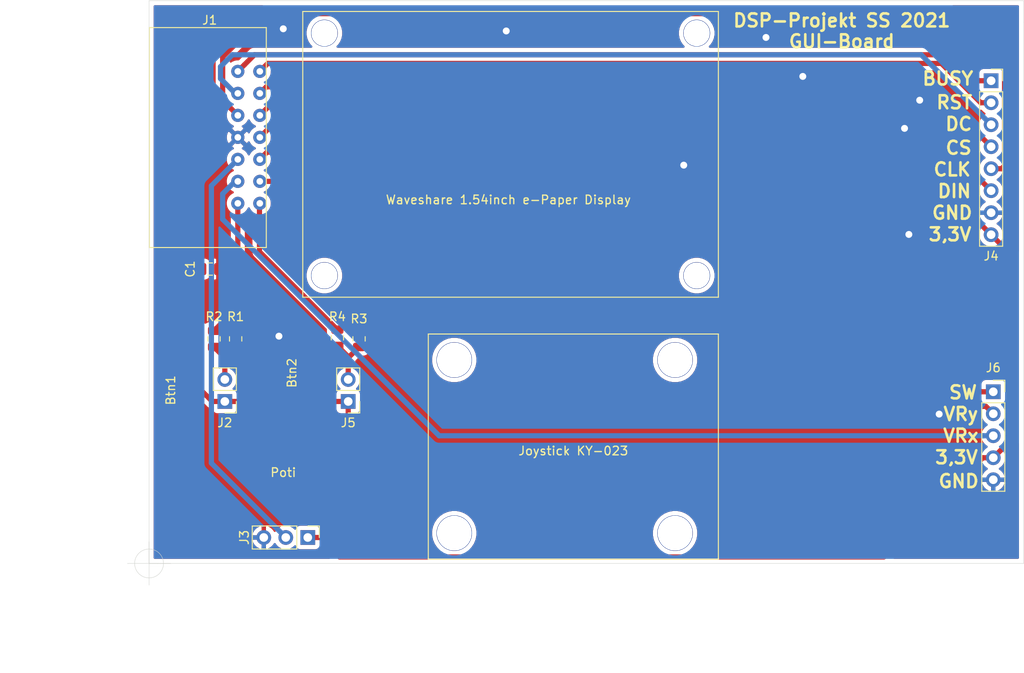
<source format=kicad_pcb>
(kicad_pcb (version 20171130) (host pcbnew "(5.1.4)-1")

  (general
    (thickness 1.6)
    (drawings 62)
    (tracks 98)
    (zones 0)
    (modules 11)
    (nets 17)
  )

  (page A4)
  (layers
    (0 F.Cu signal)
    (31 B.Cu signal)
    (32 B.Adhes user)
    (33 F.Adhes user)
    (34 B.Paste user)
    (35 F.Paste user)
    (36 B.SilkS user)
    (37 F.SilkS user)
    (38 B.Mask user)
    (39 F.Mask user)
    (40 Dwgs.User user)
    (41 Cmts.User user)
    (42 Eco1.User user)
    (43 Eco2.User user)
    (44 Edge.Cuts user)
    (45 Margin user)
    (46 B.CrtYd user)
    (47 F.CrtYd user)
    (48 B.Fab user)
    (49 F.Fab user)
  )

  (setup
    (last_trace_width 0.6)
    (trace_clearance 0.4)
    (zone_clearance 0.508)
    (zone_45_only no)
    (trace_min 0.2)
    (via_size 1.5)
    (via_drill 0.8)
    (via_min_size 0.4)
    (via_min_drill 0.3)
    (uvia_size 0.3)
    (uvia_drill 0.1)
    (uvias_allowed no)
    (uvia_min_size 0.2)
    (uvia_min_drill 0.1)
    (edge_width 0.05)
    (segment_width 0.2)
    (pcb_text_width 0.3)
    (pcb_text_size 1.5 1.5)
    (mod_edge_width 0.12)
    (mod_text_size 1 1)
    (mod_text_width 0.15)
    (pad_size 1.15 1.4)
    (pad_drill 0)
    (pad_to_mask_clearance 0.051)
    (solder_mask_min_width 0.25)
    (aux_axis_origin 82.75 137.25)
    (grid_origin 82.75 137.25)
    (visible_elements 7FFFFFFF)
    (pcbplotparams
      (layerselection 0x010fc_ffffffff)
      (usegerberextensions true)
      (usegerberattributes false)
      (usegerberadvancedattributes false)
      (creategerberjobfile true)
      (excludeedgelayer true)
      (linewidth 0.100000)
      (plotframeref false)
      (viasonmask false)
      (mode 1)
      (useauxorigin false)
      (hpglpennumber 1)
      (hpglpenspeed 20)
      (hpglpendiameter 15.000000)
      (psnegative false)
      (psa4output false)
      (plotreference true)
      (plotvalue true)
      (plotinvisibletext false)
      (padsonsilk true)
      (subtractmaskfromsilk false)
      (outputformat 1)
      (mirror false)
      (drillshape 0)
      (scaleselection 1)
      (outputdirectory "Gerber/"))
  )

  (net 0 "")
  (net 1 /SW)
  (net 2 /DIN)
  (net 3 /CLK)
  (net 4 /CS)
  (net 5 /DC)
  (net 6 /RST)
  (net 7 GND)
  (net 8 /3,3V)
  (net 9 /ENTER_BUTTON)
  (net 10 /VRx)
  (net 11 /BACK_BUTTON)
  (net 12 /POTI)
  (net 13 /VRy)
  (net 14 /BUSY)
  (net 15 "Net-(J2-Pad2)")
  (net 16 "Net-(J5-Pad2)")

  (net_class Default "Dies ist die voreingestellte Netzklasse."
    (clearance 0.4)
    (trace_width 0.6)
    (via_dia 1.5)
    (via_drill 0.8)
    (uvia_dia 0.3)
    (uvia_drill 0.1)
    (add_net /3,3V)
    (add_net /BACK_BUTTON)
    (add_net /BUSY)
    (add_net /CLK)
    (add_net /CS)
    (add_net /DC)
    (add_net /DIN)
    (add_net /ENTER_BUTTON)
    (add_net /POTI)
    (add_net /RST)
    (add_net /SW)
    (add_net /VRx)
    (add_net /VRy)
    (add_net GND)
    (add_net "Net-(J2-Pad2)")
    (add_net "Net-(J5-Pad2)")
  )

  (module Capacitor_SMD:C_0805_2012Metric (layer F.Cu) (tedit 5B36C52B) (tstamp 60D13836)
    (at 89.8125 103.25)
    (descr "Capacitor SMD 0805 (2012 Metric), square (rectangular) end terminal, IPC_7351 nominal, (Body size source: https://docs.google.com/spreadsheets/d/1BsfQQcO9C6DZCsRaXUlFlo91Tg2WpOkGARC1WS5S8t0/edit?usp=sharing), generated with kicad-footprint-generator")
    (tags capacitor)
    (path /5E6CA5EA)
    (attr smd)
    (fp_text reference C1 (at -2.3125 0 90) (layer F.SilkS)
      (effects (font (size 1 1) (thickness 0.15)))
    )
    (fp_text value 1u (at 0 1.65) (layer F.Fab)
      (effects (font (size 1 1) (thickness 0.15)))
    )
    (fp_line (start -1 0.6) (end -1 -0.6) (layer F.Fab) (width 0.1))
    (fp_line (start -1 -0.6) (end 1 -0.6) (layer F.Fab) (width 0.1))
    (fp_line (start 1 -0.6) (end 1 0.6) (layer F.Fab) (width 0.1))
    (fp_line (start 1 0.6) (end -1 0.6) (layer F.Fab) (width 0.1))
    (fp_line (start -0.258578 -0.71) (end 0.258578 -0.71) (layer F.SilkS) (width 0.12))
    (fp_line (start -0.258578 0.71) (end 0.258578 0.71) (layer F.SilkS) (width 0.12))
    (fp_line (start -1.68 0.95) (end -1.68 -0.95) (layer F.CrtYd) (width 0.05))
    (fp_line (start -1.68 -0.95) (end 1.68 -0.95) (layer F.CrtYd) (width 0.05))
    (fp_line (start 1.68 -0.95) (end 1.68 0.95) (layer F.CrtYd) (width 0.05))
    (fp_line (start 1.68 0.95) (end -1.68 0.95) (layer F.CrtYd) (width 0.05))
    (fp_text user %R (at 0 0) (layer F.Fab)
      (effects (font (size 0.5 0.5) (thickness 0.08)))
    )
    (pad 1 smd roundrect (at -0.9375 0) (size 0.975 1.4) (layers F.Cu F.Paste F.Mask) (roundrect_rratio 0.25)
      (net 8 /3,3V))
    (pad 2 smd roundrect (at 0.9375 0) (size 0.975 1.4) (layers F.Cu F.Paste F.Mask) (roundrect_rratio 0.25)
      (net 7 GND))
    (model ${KISYS3DMOD}/Capacitor_SMD.3dshapes/C_0805_2012Metric.wrl
      (at (xyz 0 0 0))
      (scale (xyz 1 1 1))
      (rotate (xyz 0 0 0))
    )
  )

  (module User_Interface_Board:BHR-14-HUA (layer F.Cu) (tedit 60D089D7) (tstamp 60D13671)
    (at 90.69 88.06 90)
    (path /60D09066)
    (fp_text reference J1 (at 13.56 -0.94 180) (layer F.SilkS)
      (effects (font (size 1 1) (thickness 0.15)))
    )
    (fp_text value BHR-14-HUA (at 0 -5.94 90) (layer F.Fab)
      (effects (font (size 1 1) (thickness 0.15)))
    )
    (fp_line (start 0 5.6) (end 12.7 5.6) (layer F.SilkS) (width 0.12))
    (fp_line (start 12.7 5.6) (end 12.7 -7.9) (layer F.SilkS) (width 0.12))
    (fp_line (start 12.7 -7.9) (end -12.7 -7.9) (layer F.SilkS) (width 0.12))
    (fp_line (start -12.7 -7.9) (end -12.7 5.6) (layer F.SilkS) (width 0.12))
    (fp_line (start -12.7 5.6) (end 0 5.6) (layer F.SilkS) (width 0.12))
    (pad 2 thru_hole circle (at 7.64 4.85 270) (size 1.524 1.524) (drill 0.762) (layers *.Cu *.Mask)
      (net 6 /RST))
    (pad 4 thru_hole circle (at 5.1 4.85 270) (size 1.524 1.524) (drill 0.762) (layers *.Cu *.Mask)
      (net 4 /CS))
    (pad 6 thru_hole circle (at 2.56 4.85 270) (size 1.524 1.524) (drill 0.762) (layers *.Cu *.Mask)
      (net 2 /DIN))
    (pad 8 thru_hole circle (at 0.02 4.85 270) (size 1.524 1.524) (drill 0.762) (layers *.Cu *.Mask)
      (net 8 /3,3V))
    (pad 10 thru_hole circle (at -2.52 4.85 270) (size 1.524 1.524) (drill 0.762) (layers *.Cu *.Mask)
      (net 1 /SW))
    (pad 12 thru_hole circle (at -5.06 4.85 270) (size 1.524 1.524) (drill 0.762) (layers *.Cu *.Mask)
      (net 13 /VRy))
    (pad 14 thru_hole circle (at -7.6 4.85 270) (size 1.524 1.524) (drill 0.762) (layers *.Cu *.Mask)
      (net 9 /ENTER_BUTTON))
    (pad 1 thru_hole circle (at 7.64 2.31 270) (size 1.524 1.524) (drill 0.762) (layers *.Cu *.Mask)
      (net 14 /BUSY))
    (pad 3 thru_hole circle (at 5.1 2.31 270) (size 1.524 1.524) (drill 0.762) (layers *.Cu *.Mask)
      (net 5 /DC))
    (pad 5 thru_hole circle (at 2.56 2.31 270) (size 1.524 1.524) (drill 0.762) (layers *.Cu *.Mask)
      (net 3 /CLK))
    (pad 7 thru_hole circle (at 0.02 2.31 270) (size 1.524 1.524) (drill 0.762) (layers *.Cu *.Mask)
      (net 7 GND))
    (pad 9 thru_hole circle (at -2.52 2.31 270) (size 1.524 1.524) (drill 0.762) (layers *.Cu *.Mask)
      (net 12 /POTI))
    (pad 11 thru_hole circle (at -5.06 2.31 270) (size 1.524 1.524) (drill 0.762) (layers *.Cu *.Mask)
      (net 10 /VRx))
    (pad 13 thru_hole circle (at -7.6 2.31 270) (size 1.524 1.524) (drill 0.762) (layers *.Cu *.Mask)
      (net 11 /BACK_BUTTON))
  )

  (module Connector_PinHeader_2.54mm:PinHeader_1x02_P2.54mm_Vertical (layer F.Cu) (tedit 59FED5CC) (tstamp 60D137BA)
    (at 91.5 118.54 180)
    (descr "Through hole straight pin header, 1x02, 2.54mm pitch, single row")
    (tags "Through hole pin header THT 1x02 2.54mm single row")
    (path /60D2120F)
    (fp_text reference J2 (at 0 -2.46) (layer F.SilkS)
      (effects (font (size 1 1) (thickness 0.15)))
    )
    (fp_text value Conn_01x02_Male (at -2.5 -0.96 90) (layer F.Fab)
      (effects (font (size 1 1) (thickness 0.15)))
    )
    (fp_text user %R (at 0 1.27 90) (layer F.Fab)
      (effects (font (size 1 1) (thickness 0.15)))
    )
    (fp_line (start 1.8 -1.8) (end -1.8 -1.8) (layer F.CrtYd) (width 0.05))
    (fp_line (start 1.8 4.35) (end 1.8 -1.8) (layer F.CrtYd) (width 0.05))
    (fp_line (start -1.8 4.35) (end 1.8 4.35) (layer F.CrtYd) (width 0.05))
    (fp_line (start -1.8 -1.8) (end -1.8 4.35) (layer F.CrtYd) (width 0.05))
    (fp_line (start -1.33 -1.33) (end 0 -1.33) (layer F.SilkS) (width 0.12))
    (fp_line (start -1.33 0) (end -1.33 -1.33) (layer F.SilkS) (width 0.12))
    (fp_line (start -1.33 1.27) (end 1.33 1.27) (layer F.SilkS) (width 0.12))
    (fp_line (start 1.33 1.27) (end 1.33 3.87) (layer F.SilkS) (width 0.12))
    (fp_line (start -1.33 1.27) (end -1.33 3.87) (layer F.SilkS) (width 0.12))
    (fp_line (start -1.33 3.87) (end 1.33 3.87) (layer F.SilkS) (width 0.12))
    (fp_line (start -1.27 -0.635) (end -0.635 -1.27) (layer F.Fab) (width 0.1))
    (fp_line (start -1.27 3.81) (end -1.27 -0.635) (layer F.Fab) (width 0.1))
    (fp_line (start 1.27 3.81) (end -1.27 3.81) (layer F.Fab) (width 0.1))
    (fp_line (start 1.27 -1.27) (end 1.27 3.81) (layer F.Fab) (width 0.1))
    (fp_line (start -0.635 -1.27) (end 1.27 -1.27) (layer F.Fab) (width 0.1))
    (pad 2 thru_hole oval (at 0 2.54 180) (size 1.7 1.7) (drill 1) (layers *.Cu *.Mask)
      (net 15 "Net-(J2-Pad2)"))
    (pad 1 thru_hole rect (at 0 0 180) (size 1.7 1.7) (drill 1) (layers *.Cu *.Mask)
      (net 8 /3,3V))
    (model ${KISYS3DMOD}/Connector_PinHeader_2.54mm.3dshapes/PinHeader_1x02_P2.54mm_Vertical.wrl
      (at (xyz 0 0 0))
      (scale (xyz 1 1 1))
      (rotate (xyz 0 0 0))
    )
  )

  (module Connector_PinHeader_2.54mm:PinHeader_1x03_P2.54mm_Vertical (layer F.Cu) (tedit 59FED5CC) (tstamp 60D981BD)
    (at 101.08 134.25 270)
    (descr "Through hole straight pin header, 1x03, 2.54mm pitch, single row")
    (tags "Through hole pin header THT 1x03 2.54mm single row")
    (path /5E4ABD04)
    (fp_text reference J3 (at 0 7.33 90) (layer F.SilkS)
      (effects (font (size 1 1) (thickness 0.15)))
    )
    (fp_text value Conn_01x03_Male (at -2.5 2.83 180) (layer F.Fab)
      (effects (font (size 1 1) (thickness 0.15)))
    )
    (fp_line (start -0.635 -1.27) (end 1.27 -1.27) (layer F.Fab) (width 0.1))
    (fp_line (start 1.27 -1.27) (end 1.27 6.35) (layer F.Fab) (width 0.1))
    (fp_line (start 1.27 6.35) (end -1.27 6.35) (layer F.Fab) (width 0.1))
    (fp_line (start -1.27 6.35) (end -1.27 -0.635) (layer F.Fab) (width 0.1))
    (fp_line (start -1.27 -0.635) (end -0.635 -1.27) (layer F.Fab) (width 0.1))
    (fp_line (start -1.33 6.41) (end 1.33 6.41) (layer F.SilkS) (width 0.12))
    (fp_line (start -1.33 1.27) (end -1.33 6.41) (layer F.SilkS) (width 0.12))
    (fp_line (start 1.33 1.27) (end 1.33 6.41) (layer F.SilkS) (width 0.12))
    (fp_line (start -1.33 1.27) (end 1.33 1.27) (layer F.SilkS) (width 0.12))
    (fp_line (start -1.33 0) (end -1.33 -1.33) (layer F.SilkS) (width 0.12))
    (fp_line (start -1.33 -1.33) (end 0 -1.33) (layer F.SilkS) (width 0.12))
    (fp_line (start -1.8 -1.8) (end -1.8 6.85) (layer F.CrtYd) (width 0.05))
    (fp_line (start -1.8 6.85) (end 1.8 6.85) (layer F.CrtYd) (width 0.05))
    (fp_line (start 1.8 6.85) (end 1.8 -1.8) (layer F.CrtYd) (width 0.05))
    (fp_line (start 1.8 -1.8) (end -1.8 -1.8) (layer F.CrtYd) (width 0.05))
    (fp_text user %R (at 0 2.54) (layer F.Fab)
      (effects (font (size 1 1) (thickness 0.15)))
    )
    (pad 1 thru_hole rect (at 0 0 270) (size 1.7 1.7) (drill 1) (layers *.Cu *.Mask)
      (net 8 /3,3V))
    (pad 2 thru_hole oval (at 0 2.54 270) (size 1.7 1.7) (drill 1) (layers *.Cu *.Mask)
      (net 12 /POTI))
    (pad 3 thru_hole oval (at 0 5.08 270) (size 1.7 1.7) (drill 1) (layers *.Cu *.Mask)
      (net 7 GND))
    (model ${KISYS3DMOD}/Connector_PinHeader_2.54mm.3dshapes/PinHeader_1x03_P2.54mm_Vertical.wrl
      (at (xyz 0 0 0))
      (scale (xyz 1 1 1))
      (rotate (xyz 0 0 0))
    )
  )

  (module Connector_PinSocket_2.54mm:PinSocket_1x08_P2.54mm_Vertical (layer F.Cu) (tedit 5A19A420) (tstamp 60D136E8)
    (at 180 81.5)
    (descr "Through hole straight socket strip, 1x08, 2.54mm pitch, single row (from Kicad 4.0.7), script generated")
    (tags "Through hole socket strip THT 1x08 2.54mm single row")
    (path /5E3013BB)
    (fp_text reference J4 (at 0 20.25) (layer F.SilkS)
      (effects (font (size 1 1) (thickness 0.15)))
    )
    (fp_text value Conn_01x08_Male (at -3.25 10.75 90) (layer F.Fab)
      (effects (font (size 1 1) (thickness 0.15)))
    )
    (fp_line (start -1.27 -1.27) (end 0.635 -1.27) (layer F.Fab) (width 0.1))
    (fp_line (start 0.635 -1.27) (end 1.27 -0.635) (layer F.Fab) (width 0.1))
    (fp_line (start 1.27 -0.635) (end 1.27 19.05) (layer F.Fab) (width 0.1))
    (fp_line (start 1.27 19.05) (end -1.27 19.05) (layer F.Fab) (width 0.1))
    (fp_line (start -1.27 19.05) (end -1.27 -1.27) (layer F.Fab) (width 0.1))
    (fp_line (start -1.33 1.27) (end 1.33 1.27) (layer F.SilkS) (width 0.12))
    (fp_line (start -1.33 1.27) (end -1.33 19.11) (layer F.SilkS) (width 0.12))
    (fp_line (start -1.33 19.11) (end 1.33 19.11) (layer F.SilkS) (width 0.12))
    (fp_line (start 1.33 1.27) (end 1.33 19.11) (layer F.SilkS) (width 0.12))
    (fp_line (start 1.33 -1.33) (end 1.33 0) (layer F.SilkS) (width 0.12))
    (fp_line (start 0 -1.33) (end 1.33 -1.33) (layer F.SilkS) (width 0.12))
    (fp_line (start -1.8 -1.8) (end 1.75 -1.8) (layer F.CrtYd) (width 0.05))
    (fp_line (start 1.75 -1.8) (end 1.75 19.55) (layer F.CrtYd) (width 0.05))
    (fp_line (start 1.75 19.55) (end -1.8 19.55) (layer F.CrtYd) (width 0.05))
    (fp_line (start -1.8 19.55) (end -1.8 -1.8) (layer F.CrtYd) (width 0.05))
    (fp_text user %R (at 0 8.89 90) (layer F.Fab)
      (effects (font (size 1 1) (thickness 0.15)))
    )
    (pad 1 thru_hole rect (at 0 0) (size 1.7 1.7) (drill 1) (layers *.Cu *.Mask)
      (net 14 /BUSY))
    (pad 2 thru_hole oval (at 0 2.54) (size 1.7 1.7) (drill 1) (layers *.Cu *.Mask)
      (net 6 /RST))
    (pad 3 thru_hole oval (at 0 5.08) (size 1.7 1.7) (drill 1) (layers *.Cu *.Mask)
      (net 5 /DC))
    (pad 4 thru_hole oval (at 0 7.62) (size 1.7 1.7) (drill 1) (layers *.Cu *.Mask)
      (net 4 /CS))
    (pad 5 thru_hole oval (at 0 10.16) (size 1.7 1.7) (drill 1) (layers *.Cu *.Mask)
      (net 3 /CLK))
    (pad 6 thru_hole oval (at 0 12.7) (size 1.7 1.7) (drill 1) (layers *.Cu *.Mask)
      (net 2 /DIN))
    (pad 7 thru_hole oval (at 0 15.24) (size 1.7 1.7) (drill 1) (layers *.Cu *.Mask)
      (net 7 GND))
    (pad 8 thru_hole oval (at 0 17.78) (size 1.7 1.7) (drill 1) (layers *.Cu *.Mask)
      (net 8 /3,3V))
    (model ${KISYS3DMOD}/Connector_PinSocket_2.54mm.3dshapes/PinSocket_1x08_P2.54mm_Vertical.wrl
      (at (xyz 0 0 0))
      (scale (xyz 1 1 1))
      (rotate (xyz 0 0 0))
    )
  )

  (module Connector_PinHeader_2.54mm:PinHeader_1x02_P2.54mm_Vertical (layer F.Cu) (tedit 59FED5CC) (tstamp 60D1377B)
    (at 105.75 118.54 180)
    (descr "Through hole straight pin header, 1x02, 2.54mm pitch, single row")
    (tags "Through hole pin header THT 1x02 2.54mm single row")
    (path /5E271F18)
    (fp_text reference J5 (at 0 -2.46) (layer F.SilkS)
      (effects (font (size 1 1) (thickness 0.15)))
    )
    (fp_text value Conn_01x02_Male (at -2.75 -1.71 90) (layer F.Fab)
      (effects (font (size 1 1) (thickness 0.15)))
    )
    (fp_line (start -0.635 -1.27) (end 1.27 -1.27) (layer F.Fab) (width 0.1))
    (fp_line (start 1.27 -1.27) (end 1.27 3.81) (layer F.Fab) (width 0.1))
    (fp_line (start 1.27 3.81) (end -1.27 3.81) (layer F.Fab) (width 0.1))
    (fp_line (start -1.27 3.81) (end -1.27 -0.635) (layer F.Fab) (width 0.1))
    (fp_line (start -1.27 -0.635) (end -0.635 -1.27) (layer F.Fab) (width 0.1))
    (fp_line (start -1.33 3.87) (end 1.33 3.87) (layer F.SilkS) (width 0.12))
    (fp_line (start -1.33 1.27) (end -1.33 3.87) (layer F.SilkS) (width 0.12))
    (fp_line (start 1.33 1.27) (end 1.33 3.87) (layer F.SilkS) (width 0.12))
    (fp_line (start -1.33 1.27) (end 1.33 1.27) (layer F.SilkS) (width 0.12))
    (fp_line (start -1.33 0) (end -1.33 -1.33) (layer F.SilkS) (width 0.12))
    (fp_line (start -1.33 -1.33) (end 0 -1.33) (layer F.SilkS) (width 0.12))
    (fp_line (start -1.8 -1.8) (end -1.8 4.35) (layer F.CrtYd) (width 0.05))
    (fp_line (start -1.8 4.35) (end 1.8 4.35) (layer F.CrtYd) (width 0.05))
    (fp_line (start 1.8 4.35) (end 1.8 -1.8) (layer F.CrtYd) (width 0.05))
    (fp_line (start 1.8 -1.8) (end -1.8 -1.8) (layer F.CrtYd) (width 0.05))
    (fp_text user %R (at 0 1.27 90) (layer F.Fab)
      (effects (font (size 1 1) (thickness 0.15)))
    )
    (pad 1 thru_hole rect (at 0 0 180) (size 1.7 1.7) (drill 1) (layers *.Cu *.Mask)
      (net 8 /3,3V))
    (pad 2 thru_hole oval (at 0 2.54 180) (size 1.7 1.7) (drill 1) (layers *.Cu *.Mask)
      (net 16 "Net-(J5-Pad2)"))
    (model ${KISYS3DMOD}/Connector_PinHeader_2.54mm.3dshapes/PinHeader_1x02_P2.54mm_Vertical.wrl
      (at (xyz 0 0 0))
      (scale (xyz 1 1 1))
      (rotate (xyz 0 0 0))
    )
  )

  (module Connector_PinSocket_2.54mm:PinSocket_1x05_P2.54mm_Vertical (layer F.Cu) (tedit 5A19A420) (tstamp 60D13736)
    (at 180.25 117.42)
    (descr "Through hole straight socket strip, 1x05, 2.54mm pitch, single row (from Kicad 4.0.7), script generated")
    (tags "Through hole socket strip THT 1x05 2.54mm single row")
    (path /5E305AD6)
    (fp_text reference J6 (at 0 -2.77) (layer F.SilkS)
      (effects (font (size 1 1) (thickness 0.15)))
    )
    (fp_text value Conn_01x05_Male (at -4 13.83) (layer F.Fab)
      (effects (font (size 1 1) (thickness 0.15)))
    )
    (fp_line (start -1.27 -1.27) (end 0.635 -1.27) (layer F.Fab) (width 0.1))
    (fp_line (start 0.635 -1.27) (end 1.27 -0.635) (layer F.Fab) (width 0.1))
    (fp_line (start 1.27 -0.635) (end 1.27 11.43) (layer F.Fab) (width 0.1))
    (fp_line (start 1.27 11.43) (end -1.27 11.43) (layer F.Fab) (width 0.1))
    (fp_line (start -1.27 11.43) (end -1.27 -1.27) (layer F.Fab) (width 0.1))
    (fp_line (start -1.33 1.27) (end 1.33 1.27) (layer F.SilkS) (width 0.12))
    (fp_line (start -1.33 1.27) (end -1.33 11.49) (layer F.SilkS) (width 0.12))
    (fp_line (start -1.33 11.49) (end 1.33 11.49) (layer F.SilkS) (width 0.12))
    (fp_line (start 1.33 1.27) (end 1.33 11.49) (layer F.SilkS) (width 0.12))
    (fp_line (start 1.33 -1.33) (end 1.33 0) (layer F.SilkS) (width 0.12))
    (fp_line (start 0 -1.33) (end 1.33 -1.33) (layer F.SilkS) (width 0.12))
    (fp_line (start -1.8 -1.8) (end 1.75 -1.8) (layer F.CrtYd) (width 0.05))
    (fp_line (start 1.75 -1.8) (end 1.75 11.9) (layer F.CrtYd) (width 0.05))
    (fp_line (start 1.75 11.9) (end -1.8 11.9) (layer F.CrtYd) (width 0.05))
    (fp_line (start -1.8 11.9) (end -1.8 -1.8) (layer F.CrtYd) (width 0.05))
    (fp_text user %R (at 0 5.08 90) (layer F.Fab)
      (effects (font (size 1 1) (thickness 0.15)))
    )
    (pad 1 thru_hole rect (at 0 0) (size 1.7 1.7) (drill 1) (layers *.Cu *.Mask)
      (net 1 /SW))
    (pad 2 thru_hole oval (at 0 2.54) (size 1.7 1.7) (drill 1) (layers *.Cu *.Mask)
      (net 13 /VRy))
    (pad 3 thru_hole oval (at 0 5.08) (size 1.7 1.7) (drill 1) (layers *.Cu *.Mask)
      (net 10 /VRx))
    (pad 4 thru_hole oval (at 0 7.62) (size 1.7 1.7) (drill 1) (layers *.Cu *.Mask)
      (net 8 /3,3V))
    (pad 5 thru_hole oval (at 0 10.16) (size 1.7 1.7) (drill 1) (layers *.Cu *.Mask)
      (net 7 GND))
    (model ${KISYS3DMOD}/Connector_PinSocket_2.54mm.3dshapes/PinSocket_1x05_P2.54mm_Vertical.wrl
      (at (xyz 0 0 0))
      (scale (xyz 1 1 1))
      (rotate (xyz 0 0 0))
    )
  )

  (module Resistor_SMD:R_0805_2012Metric (layer F.Cu) (tedit 5B36C52B) (tstamp 60D136AD)
    (at 92.75 111.3125 90)
    (descr "Resistor SMD 0805 (2012 Metric), square (rectangular) end terminal, IPC_7351 nominal, (Body size source: https://docs.google.com/spreadsheets/d/1BsfQQcO9C6DZCsRaXUlFlo91Tg2WpOkGARC1WS5S8t0/edit?usp=sharing), generated with kicad-footprint-generator")
    (tags resistor)
    (path /60D2121B)
    (attr smd)
    (fp_text reference R1 (at 2.5625 0 180) (layer F.SilkS)
      (effects (font (size 1 1) (thickness 0.15)))
    )
    (fp_text value 100k (at 0 1.65 90) (layer F.Fab)
      (effects (font (size 1 1) (thickness 0.15)))
    )
    (fp_text user %R (at 0 0 90) (layer F.Fab)
      (effects (font (size 0.5 0.5) (thickness 0.08)))
    )
    (fp_line (start 1.68 0.95) (end -1.68 0.95) (layer F.CrtYd) (width 0.05))
    (fp_line (start 1.68 -0.95) (end 1.68 0.95) (layer F.CrtYd) (width 0.05))
    (fp_line (start -1.68 -0.95) (end 1.68 -0.95) (layer F.CrtYd) (width 0.05))
    (fp_line (start -1.68 0.95) (end -1.68 -0.95) (layer F.CrtYd) (width 0.05))
    (fp_line (start -0.258578 0.71) (end 0.258578 0.71) (layer F.SilkS) (width 0.12))
    (fp_line (start -0.258578 -0.71) (end 0.258578 -0.71) (layer F.SilkS) (width 0.12))
    (fp_line (start 1 0.6) (end -1 0.6) (layer F.Fab) (width 0.1))
    (fp_line (start 1 -0.6) (end 1 0.6) (layer F.Fab) (width 0.1))
    (fp_line (start -1 -0.6) (end 1 -0.6) (layer F.Fab) (width 0.1))
    (fp_line (start -1 0.6) (end -1 -0.6) (layer F.Fab) (width 0.1))
    (pad 2 smd roundrect (at 0.9375 0 90) (size 0.975 1.4) (layers F.Cu F.Paste F.Mask) (roundrect_rratio 0.25)
      (net 7 GND))
    (pad 1 smd roundrect (at -0.9375 0 90) (size 0.975 1.4) (layers F.Cu F.Paste F.Mask) (roundrect_rratio 0.25)
      (net 15 "Net-(J2-Pad2)"))
    (model ${KISYS3DMOD}/Resistor_SMD.3dshapes/R_0805_2012Metric.wrl
      (at (xyz 0 0 0))
      (scale (xyz 1 1 1))
      (rotate (xyz 0 0 0))
    )
  )

  (module Resistor_SMD:R_0805_2012Metric (layer F.Cu) (tedit 5B36C52B) (tstamp 60D1363B)
    (at 90.25 111.3125 270)
    (descr "Resistor SMD 0805 (2012 Metric), square (rectangular) end terminal, IPC_7351 nominal, (Body size source: https://docs.google.com/spreadsheets/d/1BsfQQcO9C6DZCsRaXUlFlo91Tg2WpOkGARC1WS5S8t0/edit?usp=sharing), generated with kicad-footprint-generator")
    (tags resistor)
    (path /60D21225)
    (attr smd)
    (fp_text reference R2 (at -2.5625 0 180) (layer F.SilkS)
      (effects (font (size 1 1) (thickness 0.15)))
    )
    (fp_text value 220 (at 0 1.65 90) (layer F.Fab)
      (effects (font (size 1 1) (thickness 0.15)))
    )
    (fp_line (start -1 0.6) (end -1 -0.6) (layer F.Fab) (width 0.1))
    (fp_line (start -1 -0.6) (end 1 -0.6) (layer F.Fab) (width 0.1))
    (fp_line (start 1 -0.6) (end 1 0.6) (layer F.Fab) (width 0.1))
    (fp_line (start 1 0.6) (end -1 0.6) (layer F.Fab) (width 0.1))
    (fp_line (start -0.258578 -0.71) (end 0.258578 -0.71) (layer F.SilkS) (width 0.12))
    (fp_line (start -0.258578 0.71) (end 0.258578 0.71) (layer F.SilkS) (width 0.12))
    (fp_line (start -1.68 0.95) (end -1.68 -0.95) (layer F.CrtYd) (width 0.05))
    (fp_line (start -1.68 -0.95) (end 1.68 -0.95) (layer F.CrtYd) (width 0.05))
    (fp_line (start 1.68 -0.95) (end 1.68 0.95) (layer F.CrtYd) (width 0.05))
    (fp_line (start 1.68 0.95) (end -1.68 0.95) (layer F.CrtYd) (width 0.05))
    (fp_text user %R (at 0 0 90) (layer F.Fab)
      (effects (font (size 0.5 0.5) (thickness 0.08)))
    )
    (pad 1 smd roundrect (at -0.9375 0 270) (size 0.975 1.4) (layers F.Cu F.Paste F.Mask) (roundrect_rratio 0.25)
      (net 11 /BACK_BUTTON))
    (pad 2 smd roundrect (at 0.9375 0 270) (size 0.975 1.4) (layers F.Cu F.Paste F.Mask) (roundrect_rratio 0.25)
      (net 15 "Net-(J2-Pad2)"))
    (model ${KISYS3DMOD}/Resistor_SMD.3dshapes/R_0805_2012Metric.wrl
      (at (xyz 0 0 0))
      (scale (xyz 1 1 1))
      (rotate (xyz 0 0 0))
    )
  )

  (module Resistor_SMD:R_0805_2012Metric (layer F.Cu) (tedit 5B36C52B) (tstamp 60D13896)
    (at 107 111.3125 90)
    (descr "Resistor SMD 0805 (2012 Metric), square (rectangular) end terminal, IPC_7351 nominal, (Body size source: https://docs.google.com/spreadsheets/d/1BsfQQcO9C6DZCsRaXUlFlo91Tg2WpOkGARC1WS5S8t0/edit?usp=sharing), generated with kicad-footprint-generator")
    (tags resistor)
    (path /60D1CC7A)
    (attr smd)
    (fp_text reference R3 (at 2.3125 0 180) (layer F.SilkS)
      (effects (font (size 1 1) (thickness 0.15)))
    )
    (fp_text value 100k (at 0 1.65 90) (layer F.Fab)
      (effects (font (size 1 1) (thickness 0.15)))
    )
    (fp_line (start -1 0.6) (end -1 -0.6) (layer F.Fab) (width 0.1))
    (fp_line (start -1 -0.6) (end 1 -0.6) (layer F.Fab) (width 0.1))
    (fp_line (start 1 -0.6) (end 1 0.6) (layer F.Fab) (width 0.1))
    (fp_line (start 1 0.6) (end -1 0.6) (layer F.Fab) (width 0.1))
    (fp_line (start -0.258578 -0.71) (end 0.258578 -0.71) (layer F.SilkS) (width 0.12))
    (fp_line (start -0.258578 0.71) (end 0.258578 0.71) (layer F.SilkS) (width 0.12))
    (fp_line (start -1.68 0.95) (end -1.68 -0.95) (layer F.CrtYd) (width 0.05))
    (fp_line (start -1.68 -0.95) (end 1.68 -0.95) (layer F.CrtYd) (width 0.05))
    (fp_line (start 1.68 -0.95) (end 1.68 0.95) (layer F.CrtYd) (width 0.05))
    (fp_line (start 1.68 0.95) (end -1.68 0.95) (layer F.CrtYd) (width 0.05))
    (fp_text user %R (at 0 0 90) (layer F.Fab)
      (effects (font (size 0.5 0.5) (thickness 0.08)))
    )
    (pad 1 smd roundrect (at -0.9375 0 90) (size 0.975 1.4) (layers F.Cu F.Paste F.Mask) (roundrect_rratio 0.25)
      (net 16 "Net-(J5-Pad2)"))
    (pad 2 smd roundrect (at 0.9375 0 90) (size 0.975 1.4) (layers F.Cu F.Paste F.Mask) (roundrect_rratio 0.25)
      (net 7 GND))
    (model ${KISYS3DMOD}/Resistor_SMD.3dshapes/R_0805_2012Metric.wrl
      (at (xyz 0 0 0))
      (scale (xyz 1 1 1))
      (rotate (xyz 0 0 0))
    )
  )

  (module Resistor_SMD:R_0805_2012Metric (layer F.Cu) (tedit 5B36C52B) (tstamp 60D13866)
    (at 104.5 111.1875 270)
    (descr "Resistor SMD 0805 (2012 Metric), square (rectangular) end terminal, IPC_7351 nominal, (Body size source: https://docs.google.com/spreadsheets/d/1BsfQQcO9C6DZCsRaXUlFlo91Tg2WpOkGARC1WS5S8t0/edit?usp=sharing), generated with kicad-footprint-generator")
    (tags resistor)
    (path /60D1D73F)
    (attr smd)
    (fp_text reference R4 (at -2.4375 0 180) (layer F.SilkS)
      (effects (font (size 1 1) (thickness 0.15)))
    )
    (fp_text value 220 (at 0 1.65 90) (layer F.Fab)
      (effects (font (size 1 1) (thickness 0.15)))
    )
    (fp_text user %R (at 0 0 90) (layer F.Fab)
      (effects (font (size 0.5 0.5) (thickness 0.08)))
    )
    (fp_line (start 1.68 0.95) (end -1.68 0.95) (layer F.CrtYd) (width 0.05))
    (fp_line (start 1.68 -0.95) (end 1.68 0.95) (layer F.CrtYd) (width 0.05))
    (fp_line (start -1.68 -0.95) (end 1.68 -0.95) (layer F.CrtYd) (width 0.05))
    (fp_line (start -1.68 0.95) (end -1.68 -0.95) (layer F.CrtYd) (width 0.05))
    (fp_line (start -0.258578 0.71) (end 0.258578 0.71) (layer F.SilkS) (width 0.12))
    (fp_line (start -0.258578 -0.71) (end 0.258578 -0.71) (layer F.SilkS) (width 0.12))
    (fp_line (start 1 0.6) (end -1 0.6) (layer F.Fab) (width 0.1))
    (fp_line (start 1 -0.6) (end 1 0.6) (layer F.Fab) (width 0.1))
    (fp_line (start -1 -0.6) (end 1 -0.6) (layer F.Fab) (width 0.1))
    (fp_line (start -1 0.6) (end -1 -0.6) (layer F.Fab) (width 0.1))
    (pad 2 smd roundrect (at 0.9375 0 270) (size 0.975 1.4) (layers F.Cu F.Paste F.Mask) (roundrect_rratio 0.25)
      (net 16 "Net-(J5-Pad2)"))
    (pad 1 smd roundrect (at -0.9375 0 270) (size 0.975 1.4) (layers F.Cu F.Paste F.Mask) (roundrect_rratio 0.25)
      (net 9 /ENTER_BUTTON))
    (model ${KISYS3DMOD}/Resistor_SMD.3dshapes/R_0805_2012Metric.wrl
      (at (xyz 0 0 0))
      (scale (xyz 1 1 1))
      (rotate (xyz 0 0 0))
    )
  )

  (dimension 36.490022 (width 0.15) (layer Eco2.User)
    (gr_text "36,490 mm" (at 79.280377 119.001175 89.93719292) (layer Eco2.User)
      (effects (font (size 1 1) (thickness 0.15)))
    )
    (feature1 (pts (xy 82.79 100.76) (xy 80.013956 100.756957)))
    (feature2 (pts (xy 82.75 137.25) (xy 79.973956 137.246957)))
    (crossbar (pts (xy 80.560376 137.2476) (xy 80.600376 100.7576)))
    (arrow1a (pts (xy 80.600376 100.7576) (xy 81.185562 101.884746)))
    (arrow1b (pts (xy 80.600376 100.7576) (xy 80.012721 101.88346)))
    (arrow2a (pts (xy 80.560376 137.2476) (xy 81.148031 136.12174)))
    (arrow2b (pts (xy 80.560376 137.2476) (xy 79.97519 136.120454)))
  )
  (dimension 3.1 (width 0.15) (layer Eco2.User)
    (gr_text "3,100 mm" (at 79.35 73.8 270) (layer Eco2.User)
      (effects (font (size 1 1) (thickness 0.15)))
    )
    (feature1 (pts (xy 82.75 75.35) (xy 80.063579 75.35)))
    (feature2 (pts (xy 82.75 72.25) (xy 80.063579 72.25)))
    (crossbar (pts (xy 80.65 72.25) (xy 80.65 75.35)))
    (arrow1a (pts (xy 80.65 75.35) (xy 80.063579 74.223496)))
    (arrow1b (pts (xy 80.65 75.35) (xy 81.236421 74.223496)))
    (arrow2a (pts (xy 80.65 72.25) (xy 80.063579 73.376504)))
    (arrow2b (pts (xy 80.65 72.25) (xy 81.236421 73.376504)))
  )
  (gr_line (start 102 126.75) (end 95 126.75) (layer Eco2.User) (width 0.15) (tstamp 60D9AA81))
  (gr_line (start 98.5 123.25) (end 98.5 130.25) (layer Eco2.User) (width 0.15) (tstamp 60D9AA7A))
  (gr_line (start 105.75 117.25) (end 100.25 117.25) (layer Eco2.User) (width 0.15) (tstamp 60D9AA64))
  (gr_line (start 105.75 117.25) (end 111.25 117.25) (layer Eco2.User) (width 0.15) (tstamp 60D9AA59))
  (gr_line (start 105.75 117.25) (end 105.75 122.75) (layer Eco2.User) (width 0.15) (tstamp 60D9AA52))
  (gr_line (start 105.75 117.25) (end 105.7 111.8) (layer Eco2.User) (width 0.15))
  (gr_line (start 91.5 117.25) (end 91.5 122.75) (layer Eco2.User) (width 0.15) (tstamp 60D9AA28))
  (gr_line (start 91.5 117.3) (end 91.5 111.75) (layer Eco2.User) (width 0.15) (tstamp 60D9AA1D))
  (gr_line (start 91.5 117.3) (end 86 117.3) (layer Eco2.User) (width 0.15))
  (gr_line (start 91.5 117.3) (end 97 117.3) (layer Eco2.User) (width 0.15))
  (gr_line (start 148.5 110.75) (end 143.5 113.75) (layer Eco2.User) (width 0.15))
  (gr_line (start 148.5 136.75) (end 143.5 133.75) (layer Eco2.User) (width 0.15))
  (gr_line (start 115 110.75) (end 118 113.75) (layer Eco2.User) (width 0.15))
  (gr_line (start 115 136.75) (end 118 133.75) (layer Eco2.User) (width 0.15))
  (target plus (at 82.75 137.25) (size 5) (width 0.05) (layer Edge.Cuts))
  (gr_text Btn2 (at 99.25 115.25 90) (layer F.SilkS) (tstamp 60D98242)
    (effects (font (size 1 1) (thickness 0.15)))
  )
  (gr_text Btn1 (at 85.25 117.25 90) (layer F.SilkS)
    (effects (font (size 1 1) (thickness 0.15)))
  )
  (dimension 65 (width 0.15) (layer Eco2.User) (tstamp 60D135E2)
    (gr_text "65,000 mm" (at 69.2 104.75 90) (layer Eco2.User) (tstamp 60D135E2)
      (effects (font (size 1 1) (thickness 0.15)))
    )
    (feature1 (pts (xy 82.75 72.25) (xy 69.913579 72.25)))
    (feature2 (pts (xy 82.75 137.25) (xy 69.913579 137.25)))
    (crossbar (pts (xy 70.5 137.25) (xy 70.5 72.25)))
    (arrow1a (pts (xy 70.5 72.25) (xy 71.086421 73.376504)))
    (arrow1b (pts (xy 70.5 72.25) (xy 69.913579 73.376504)))
    (arrow2a (pts (xy 70.5 137.25) (xy 71.086421 136.123496)))
    (arrow2b (pts (xy 70.5 137.25) (xy 69.913579 136.123496)))
  )
  (dimension 101 (width 0.12) (layer Eco2.User) (tstamp 60D135DC)
    (gr_text "101,000 mm" (at 133.25 150.52) (layer Eco2.User) (tstamp 60D135DC)
      (effects (font (size 1 1) (thickness 0.15)))
    )
    (feature1 (pts (xy 82.75 137.25) (xy 82.75 149.836421)))
    (feature2 (pts (xy 183.75 137.25) (xy 183.75 149.836421)))
    (crossbar (pts (xy 183.75 149.25) (xy 82.75 149.25)))
    (arrow1a (pts (xy 82.75 149.25) (xy 83.876504 148.663579)))
    (arrow1b (pts (xy 82.75 149.25) (xy 83.876504 149.836421)))
    (arrow2a (pts (xy 183.75 149.25) (xy 182.623496 148.663579)))
    (arrow2b (pts (xy 183.75 149.25) (xy 182.623496 149.836421)))
  )
  (dimension 30 (width 0.12) (layer Eco2.User) (tstamp 60D135E8)
    (gr_text "30,000 mm" (at 163.5 142.77) (layer Eco2.User) (tstamp 60D135E8)
      (effects (font (size 1 1) (thickness 0.15)))
    )
    (feature1 (pts (xy 178.5 136.75) (xy 178.5 142.086421)))
    (feature2 (pts (xy 148.5 136.75) (xy 148.5 142.086421)))
    (crossbar (pts (xy 148.5 141.5) (xy 178.5 141.5)))
    (arrow1a (pts (xy 178.5 141.5) (xy 177.373496 142.086421)))
    (arrow1b (pts (xy 178.5 141.5) (xy 177.373496 140.913579)))
    (arrow2a (pts (xy 148.5 141.5) (xy 149.626504 142.086421)))
    (arrow2b (pts (xy 148.5 141.5) (xy 149.626504 140.913579)))
  )
  (gr_text 3,3V (at 175.25 99.25) (layer F.SilkS) (tstamp 60D1391D)
    (effects (font (size 1.5 1.5) (thickness 0.3)))
  )
  (gr_text GND (at 175.5 96.75) (layer F.SilkS) (tstamp 60D13917)
    (effects (font (size 1.5 1.5) (thickness 0.3)))
  )
  (gr_text DIN (at 175.75 94.25) (layer F.SilkS) (tstamp 60D1391A)
    (effects (font (size 1.5 1.5) (thickness 0.3)))
  )
  (gr_text CLK (at 175.5 91.75) (layer F.SilkS) (tstamp 60D13911)
    (effects (font (size 1.5 1.5) (thickness 0.3)))
  )
  (gr_text CS (at 176.25 89.25) (layer F.SilkS) (tstamp 60D13908)
    (effects (font (size 1.5 1.5) (thickness 0.3)))
  )
  (gr_text DC (at 176.25 86.5) (layer F.SilkS) (tstamp 60D1390B)
    (effects (font (size 1.5 1.5) (thickness 0.3)))
  )
  (gr_text RST (at 175.75 84) (layer F.SilkS) (tstamp 60D1390E)
    (effects (font (size 1.5 1.5) (thickness 0.3)))
  )
  (gr_text BUSY (at 175 81.25) (layer F.SilkS) (tstamp 60D13914)
    (effects (font (size 1.5 1.5) (thickness 0.3)))
  )
  (gr_text "DSP-Projekt SS 2021\nGUI-Board" (at 162.75 75.75) (layer F.SilkS) (tstamp 60D13989)
    (effects (font (size 1.5 1.5) (thickness 0.3)))
  )
  (gr_line (start 82.75 72.25) (end 83.75 72.25) (layer Edge.Cuts) (width 0.05) (tstamp 60D138F6))
  (gr_line (start 82.75 100.75) (end 82.75 72.25) (layer Edge.Cuts) (width 0.05) (tstamp 60D138F3))
  (gr_line (start 183.75 72.25) (end 83.75 72.25) (layer Edge.Cuts) (width 0.05) (tstamp 60D138C3))
  (gr_line (start 183.75 74.75) (end 183.75 72.25) (layer Edge.Cuts) (width 0.05) (tstamp 60D138E1))
  (gr_line (start 82.75 137.25) (end 83.75 137.25) (layer Edge.Cuts) (width 0.05) (tstamp 60D138EA))
  (gr_line (start 82.75 100.75) (end 82.75 137.25) (layer Edge.Cuts) (width 0.05) (tstamp 60D13902))
  (gr_line (start 183.75 137.25) (end 83.75 137.25) (layer Edge.Cuts) (width 0.05) (tstamp 60D138E4))
  (gr_line (start 183.75 74.75) (end 183.75 137.25) (layer Edge.Cuts) (width 0.05) (tstamp 60D138FF))
  (gr_text GND (at 176.25 127.75) (layer F.SilkS) (tstamp 60D13986)
    (effects (font (size 1.5 1.5) (thickness 0.3)))
  )
  (gr_text 3,3V (at 176 125) (layer F.SilkS) (tstamp 60D13992)
    (effects (font (size 1.5 1.5) (thickness 0.3)))
  )
  (gr_text VRx (at 176.5 122.5) (layer F.SilkS) (tstamp 60D1398F)
    (effects (font (size 1.5 1.5) (thickness 0.3)))
  )
  (gr_text VRy (at 176.5 120) (layer F.SilkS) (tstamp 60D13983)
    (effects (font (size 1.5 1.5) (thickness 0.3)))
  )
  (gr_text SW (at 176.75 117.5) (layer F.SilkS) (tstamp 60D1398C)
    (effects (font (size 1.5 1.5) (thickness 0.3)))
  )
  (gr_circle (center 91.5 117.25) (end 97 117.25) (layer Eco2.User) (width 0.05) (tstamp 60D138C9))
  (gr_circle (center 105.75 117.25) (end 111.25 117.25) (layer Eco2.User) (width 0.05) (tstamp 60D138E7))
  (gr_circle (center 98.5 126.75) (end 102 126.75) (layer Eco2.User) (width 0.05) (tstamp 60D138DE))
  (gr_text Poti (at 98.25 126.75) (layer F.SilkS) (tstamp 60D13980)
    (effects (font (size 1 1) (thickness 0.15)))
  )
  (gr_text "Joystick KY-023" (at 131.75 124.25) (layer F.SilkS) (tstamp 60D13998)
    (effects (font (size 1 1) (thickness 0.15)))
  )
  (gr_line (start 115 136.75) (end 115 110.75) (layer F.SilkS) (width 0.12) (tstamp 60D138D8))
  (gr_line (start 148.5 136.75) (end 115 136.75) (layer F.SilkS) (width 0.12) (tstamp 60D138ED))
  (gr_line (start 148.5 110.75) (end 148.5 136.75) (layer F.SilkS) (width 0.12) (tstamp 60D138FC))
  (gr_line (start 115 110.75) (end 148.5 110.75) (layer F.SilkS) (width 0.12) (tstamp 60D138F0))
  (gr_line (start 148.5 106.5) (end 146 104) (layer Eco2.User) (width 0.12) (tstamp 60D138BD))
  (gr_line (start 100.5 106.5) (end 103 104) (layer Eco2.User) (width 0.12) (tstamp 60D138D2))
  (gr_line (start 148.5 73.5) (end 146 76) (layer Eco2.User) (width 0.12) (tstamp 60D138CF))
  (gr_line (start 100.5 73.5) (end 103 76) (layer Eco2.User) (width 0.12) (tstamp 60D138F9))
  (gr_text "Waveshare 1.54inch e-Paper Display" (at 124.25 95.25) (layer F.SilkS) (tstamp 60D13995)
    (effects (font (size 1 1) (thickness 0.15)))
  )
  (gr_line (start 100.5 106.5) (end 148.5 106.5) (layer F.SilkS) (width 0.12) (tstamp 60D138B7))
  (gr_line (start 100.5 73.5) (end 100.5 106.5) (layer F.SilkS) (width 0.12) (tstamp 60D13905))
  (gr_line (start 148.5 73.5) (end 148.5 106.5) (layer F.SilkS) (width 0.12) (tstamp 60D138BA))
  (gr_line (start 100.5 73.5) (end 148.5 73.5) (layer F.SilkS) (width 0.12) (tstamp 60D138C6))

  (via (at 103 104) (size 3.1) (drill 3) (layers F.Cu B.Cu) (net 0) (tstamp 60D13608))
  (via (at 103 76) (size 3.1) (drill 3) (layers F.Cu B.Cu) (net 0) (tstamp 60D13605))
  (via (at 146 76) (size 3.1) (drill 3) (layers F.Cu B.Cu) (net 0) (tstamp 60D13602))
  (via (at 146 104) (size 3.1) (drill 3) (layers F.Cu B.Cu) (net 0) (tstamp 60D13611))
  (via (at 143.5 133.75) (size 4.1) (drill 4) (layers F.Cu B.Cu) (net 0) (tstamp 60D135FF))
  (via (at 118 113.75) (size 4.1) (drill 4) (layers F.Cu B.Cu) (net 0) (tstamp 60D1360E))
  (via (at 118 133.75) (size 4.1) (drill 4) (layers F.Cu B.Cu) (net 0) (tstamp 60D9A8FD))
  (via (at 143.5 113.75) (size 4.1) (drill 4) (layers F.Cu B.Cu) (net 0) (tstamp 60D9A97C))
  (segment (start 96.37 89.75) (end 95.54 90.58) (width 0.6) (layer F.Cu) (net 1) (tstamp 60D135AE))
  (segment (start 151.13 89.75) (end 96.37 89.75) (width 0.6) (layer F.Cu) (net 1) (tstamp 60D135A8))
  (segment (start 180.25 117.42) (end 178.8 117.42) (width 0.6) (layer F.Cu) (net 1) (tstamp 60D135A5))
  (segment (start 178.8 117.42) (end 151.13 89.75) (width 0.6) (layer F.Cu) (net 1) (tstamp 60D135AB))
  (segment (start 97.29 83.75) (end 95.54 85.5) (width 0.6) (layer F.Cu) (net 2) (tstamp 60D13617))
  (segment (start 180 94.2) (end 169.55 83.75) (width 0.6) (layer F.Cu) (net 2) (tstamp 60D1361A))
  (segment (start 169.55 83.75) (end 97.29 83.75) (width 0.6) (layer F.Cu) (net 2) (tstamp 60D13623))
  (segment (start 91.25 83.75) (end 92.238001 84.738001) (width 0.6) (layer F.Cu) (net 3) (tstamp 60D1357E))
  (segment (start 91.25 78.75) (end 91.25 83.75) (width 0.6) (layer F.Cu) (net 3) (tstamp 60D13578))
  (segment (start 181.202081 91.66) (end 181.550001 91.31208) (width 0.6) (layer F.Cu) (net 3) (tstamp 60D13575))
  (segment (start 180 91.66) (end 181.202081 91.66) (width 0.6) (layer F.Cu) (net 3) (tstamp 60D13572))
  (segment (start 181.550001 91.31208) (end 181.550001 80.089999) (width 0.6) (layer F.Cu) (net 3) (tstamp 60D1356F))
  (segment (start 181.550001 80.089999) (end 175.210001 73.749999) (width 0.6) (layer F.Cu) (net 3) (tstamp 60D1356C))
  (segment (start 92.238001 84.738001) (end 93 85.5) (width 0.6) (layer F.Cu) (net 3) (tstamp 60D13569))
  (segment (start 175.210001 73.749999) (end 96.250001 73.749999) (width 0.6) (layer F.Cu) (net 3) (tstamp 60D13629))
  (segment (start 96.250001 73.749999) (end 91.25 78.75) (width 0.6) (layer F.Cu) (net 3) (tstamp 60D13626))
  (segment (start 96.301999 82.198001) (end 95.54 82.96) (width 0.6) (layer F.Cu) (net 4) (tstamp 60D135B4))
  (segment (start 180 89.12) (end 173.078001 82.198001) (width 0.6) (layer F.Cu) (net 4) (tstamp 60D135B1))
  (segment (start 173.078001 82.198001) (end 96.301999 82.198001) (width 0.6) (layer F.Cu) (net 4) (tstamp 60D135B7))
  (segment (start 92.71 82.96) (end 93 82.96) (width 0.6) (layer B.Cu) (net 5) (tstamp 60D135C3))
  (segment (start 91 81.25) (end 92.71 82.96) (width 0.6) (layer B.Cu) (net 5) (tstamp 60D135C6))
  (segment (start 91 79.878119) (end 91 81.25) (width 0.6) (layer B.Cu) (net 5) (tstamp 60D135BD))
  (segment (start 92.378119 78.5) (end 91 79.878119) (width 0.6) (layer B.Cu) (net 5) (tstamp 60D135C0))
  (segment (start 180 86.58) (end 171.92 78.5) (width 0.6) (layer B.Cu) (net 5) (tstamp 60D135C9))
  (segment (start 171.92 78.5) (end 92.378119 78.5) (width 0.6) (layer B.Cu) (net 5) (tstamp 60D135BA))
  (segment (start 178.797919 84.04) (end 180 84.04) (width 0.6) (layer F.Cu) (net 6) (tstamp 60D1355A))
  (segment (start 174.257919 79.5) (end 178.797919 84.04) (width 0.6) (layer F.Cu) (net 6) (tstamp 60D13554))
  (segment (start 95.54 80.42) (end 96.46 79.5) (width 0.6) (layer F.Cu) (net 6) (tstamp 60D13551))
  (segment (start 96.46 79.5) (end 174.257919 79.5) (width 0.6) (layer F.Cu) (net 6) (tstamp 60D13557))
  (via (at 174 120) (size 1.5) (drill 0.8) (layers F.Cu B.Cu) (net 7) (tstamp 60D1359F))
  (via (at 97.75 111) (size 1.5) (drill 0.8) (layers F.Cu B.Cu) (net 7) (tstamp 60D13599))
  (via (at 170.5 99.25) (size 1.5) (drill 0.8) (layers F.Cu B.Cu) (net 7) (tstamp 60D13593))
  (via (at 124 75.75) (size 1.5) (drill 0.8) (layers F.Cu B.Cu) (net 7) (tstamp 60D135ED))
  (via (at 154 76.5) (size 1.5) (drill 0.8) (layers F.Cu B.Cu) (net 7) (tstamp 60D13596))
  (via (at 170 87) (size 1.5) (drill 0.8) (layers F.Cu B.Cu) (net 7) (tstamp 60D135F3))
  (via (at 171.75 83.75) (size 1.5) (drill 0.8) (layers F.Cu B.Cu) (net 7) (tstamp 60D135F6))
  (via (at 158.25 81) (size 1.5) (drill 0.8) (layers F.Cu B.Cu) (net 7) (tstamp 60D135F0))
  (via (at 144.5 91.25) (size 1.5) (drill 0.8) (layers F.Cu B.Cu) (net 7) (tstamp 60D135A2))
  (via (at 98.25 75.5) (size 1.5) (drill 0.8) (layers F.Cu B.Cu) (net 7) (tstamp 60D1359C))
  (segment (start 90.05 118.54) (end 91.5 118.54) (width 0.6) (layer F.Cu) (net 8) (tstamp 60D13977))
  (segment (start 88.318763 116.808763) (end 90.05 118.54) (width 0.6) (layer F.Cu) (net 8) (tstamp 60D13974))
  (segment (start 88.318763 103.806237) (end 88.318763 116.808763) (width 0.6) (layer F.Cu) (net 8) (tstamp 60D13971))
  (segment (start 88.875 103.25) (end 88.318763 103.806237) (width 0.6) (layer F.Cu) (net 8) (tstamp 60D1396E))
  (segment (start 104.3 118.54) (end 91.5 118.54) (width 0.6) (layer F.Cu) (net 8) (tstamp 60D13962))
  (segment (start 105.75 118.54) (end 104.3 118.54) (width 0.6) (layer F.Cu) (net 8) (tstamp 60D13941))
  (segment (start 105.75 118.54) (end 105.75 124.83) (width 0.6) (layer F.Cu) (net 8) (tstamp 60D1392C))
  (segment (start 97.58 86) (end 95.54 88.04) (width 0.6) (layer F.Cu) (net 8) (tstamp 60D13620))
  (segment (start 180 99.28) (end 166.72 86) (width 0.6) (layer F.Cu) (net 8) (tstamp 60D1361D))
  (segment (start 166.72 86) (end 97.58 86) (width 0.6) (layer F.Cu) (net 8) (tstamp 60D13614))
  (segment (start 181.099999 124.190001) (end 180.25 125.04) (width 0.6) (layer F.Cu) (net 8) (tstamp 60D13566))
  (segment (start 182.25 123.04) (end 181.099999 124.190001) (width 0.6) (layer F.Cu) (net 8) (tstamp 60D1355D))
  (segment (start 180 99.28) (end 182.25 101.53) (width 0.6) (layer F.Cu) (net 8) (tstamp 60D13563))
  (segment (start 182.25 101.53) (end 182.25 123.04) (width 0.6) (layer F.Cu) (net 8) (tstamp 60D13560))
  (segment (start 105.75 131.03) (end 105.75 124.83) (width 0.6) (layer F.Cu) (net 8))
  (segment (start 102.53 134.25) (end 105.75 131.03) (width 0.6) (layer F.Cu) (net 8))
  (segment (start 101.08 134.25) (end 102.53 134.25) (width 0.6) (layer F.Cu) (net 8))
  (segment (start 104.780001 136.500001) (end 102.53 134.25) (width 0.6) (layer F.Cu) (net 8))
  (segment (start 167.587918 136.500001) (end 104.780001 136.500001) (width 0.6) (layer F.Cu) (net 8))
  (segment (start 180.25 125.04) (end 179.047919 125.04) (width 0.6) (layer F.Cu) (net 8))
  (segment (start 179.047919 125.04) (end 167.587918 136.500001) (width 0.6) (layer F.Cu) (net 8))
  (segment (start 95.5 101.25) (end 104.5 110.25) (width 0.6) (layer F.Cu) (net 9) (tstamp 60D1357B))
  (segment (start 95.54 95.66) (end 95.5 95.7) (width 0.6) (layer F.Cu) (net 9) (tstamp 60D13584))
  (segment (start 95.5 95.7) (end 95.5 101.25) (width 0.6) (layer F.Cu) (net 9) (tstamp 60D13581))
  (segment (start 179.047919 122.5) (end 180.25 122.5) (width 0.6) (layer B.Cu) (net 10) (tstamp 60D13938))
  (segment (start 91.25 97.5) (end 116.25 122.5) (width 0.6) (layer B.Cu) (net 10) (tstamp 60D13932))
  (segment (start 91.25 94.56) (end 91.25 97.5) (width 0.6) (layer B.Cu) (net 10) (tstamp 60D13947))
  (segment (start 93 93.12) (end 92.69 93.12) (width 0.6) (layer B.Cu) (net 10) (tstamp 60D13944))
  (segment (start 92.69 93.12) (end 91.25 94.56) (width 0.6) (layer B.Cu) (net 10) (tstamp 60D13956))
  (segment (start 116.25 122.5) (end 179.047919 122.5) (width 0.6) (layer B.Cu) (net 10) (tstamp 60D1392F))
  (segment (start 90.25 110.375) (end 93 107.625) (width 0.6) (layer F.Cu) (net 11) (tstamp 60D13965))
  (segment (start 93 107.625) (end 93 95.66) (width 0.6) (layer F.Cu) (net 11) (tstamp 60D13929))
  (segment (start 89.949999 125.659999) (end 98.54 134.25) (width 0.6) (layer B.Cu) (net 12))
  (segment (start 93 90.58) (end 89.949999 93.630001) (width 0.6) (layer B.Cu) (net 12))
  (segment (start 89.949999 93.630001) (end 89.949999 125.659999) (width 0.6) (layer B.Cu) (net 12))
  (segment (start 179.400001 119.110001) (end 177.110001 119.110001) (width 0.6) (layer F.Cu) (net 13) (tstamp 60D1358D))
  (segment (start 180.25 119.96) (end 179.400001 119.110001) (width 0.6) (layer F.Cu) (net 13) (tstamp 60D1358A))
  (segment (start 151.12 93.12) (end 95.54 93.12) (width 0.6) (layer F.Cu) (net 13) (tstamp 60D13590))
  (segment (start 177.110001 119.110001) (end 151.12 93.12) (width 0.6) (layer F.Cu) (net 13) (tstamp 60D13587))
  (segment (start 93.761999 79.658001) (end 93 80.42) (width 0.6) (layer F.Cu) (net 14) (tstamp 60D135D5))
  (segment (start 94.92 78.5) (end 93.761999 79.658001) (width 0.6) (layer F.Cu) (net 14) (tstamp 60D135CF))
  (segment (start 175.55 78.5) (end 94.92 78.5) (width 0.6) (layer F.Cu) (net 14) (tstamp 60D135CC))
  (segment (start 180 81.5) (end 178.55 81.5) (width 0.6) (layer F.Cu) (net 14) (tstamp 60D135D8))
  (segment (start 178.55 81.5) (end 175.55 78.5) (width 0.6) (layer F.Cu) (net 14) (tstamp 60D135D2))
  (segment (start 91.5 113.5) (end 90.25 112.25) (width 0.6) (layer F.Cu) (net 15) (tstamp 60D1395F))
  (segment (start 91.5 116) (end 91.5 113.5) (width 0.6) (layer F.Cu) (net 15) (tstamp 60D13920))
  (segment (start 91.5 113.5) (end 92.75 112.25) (width 0.6) (layer F.Cu) (net 15) (tstamp 60D1394D))
  (segment (start 105.75 113.5) (end 107 112.25) (width 0.6) (layer F.Cu) (net 16) (tstamp 60D13935))
  (segment (start 105.75 116) (end 105.75 113.5) (width 0.6) (layer F.Cu) (net 16) (tstamp 60D1396B))
  (segment (start 105.75 113.375) (end 104.5 112.125) (width 0.6) (layer F.Cu) (net 16) (tstamp 60D1395C))
  (segment (start 105.75 113.5) (end 105.75 113.375) (width 0.6) (layer F.Cu) (net 16) (tstamp 60D1394A))

  (zone (net 7) (net_name GND) (layer F.Cu) (tstamp 60D1397D) (hatch edge 0.508)
    (connect_pads (clearance 0.508))
    (min_thickness 0.254)
    (fill yes (arc_segments 32) (thermal_gap 0.508) (thermal_bridge_width 0.508))
    (polygon
      (pts
        (xy 183.75 72.25) (xy 82.75 72.25) (xy 82.75 137.25) (xy 183.75 137.25)
      )
    )
    (filled_polygon
      (pts
        (xy 183.090001 136.59) (xy 168.820208 136.59) (xy 177.473318 127.93689) (xy 178.808524 127.93689) (xy 178.853175 128.084099)
        (xy 178.978359 128.34692) (xy 179.152412 128.580269) (xy 179.368645 128.775178) (xy 179.618748 128.924157) (xy 179.893109 129.021481)
        (xy 180.123 128.900814) (xy 180.123 127.707) (xy 180.377 127.707) (xy 180.377 128.900814) (xy 180.606891 129.021481)
        (xy 180.881252 128.924157) (xy 181.131355 128.775178) (xy 181.347588 128.580269) (xy 181.521641 128.34692) (xy 181.646825 128.084099)
        (xy 181.691476 127.93689) (xy 181.570155 127.707) (xy 180.377 127.707) (xy 180.123 127.707) (xy 178.929845 127.707)
        (xy 178.808524 127.93689) (xy 177.473318 127.93689) (xy 179.26089 126.149318) (xy 179.420986 126.280706) (xy 179.485523 126.315201)
        (xy 179.368645 126.384822) (xy 179.152412 126.579731) (xy 178.978359 126.81308) (xy 178.853175 127.075901) (xy 178.808524 127.22311)
        (xy 178.929845 127.453) (xy 180.123 127.453) (xy 180.123 127.433) (xy 180.377 127.433) (xy 180.377 127.453)
        (xy 181.570155 127.453) (xy 181.691476 127.22311) (xy 181.646825 127.075901) (xy 181.521641 126.81308) (xy 181.347588 126.579731)
        (xy 181.131355 126.384822) (xy 181.014477 126.315201) (xy 181.079014 126.280706) (xy 181.305134 126.095134) (xy 181.490706 125.869014)
        (xy 181.628599 125.611034) (xy 181.713513 125.331111) (xy 181.742185 125.04) (xy 181.726952 124.885338) (xy 181.793622 124.818668)
        (xy 181.793626 124.818663) (xy 182.878664 123.733626) (xy 182.914344 123.704344) (xy 183.031186 123.561972) (xy 183.090001 123.451936)
      )
    )
    (filled_polygon
      (pts
        (xy 95.728029 72.968813) (xy 95.585657 73.085655) (xy 95.556376 73.121335) (xy 90.621341 78.05637) (xy 90.585656 78.085656)
        (xy 90.468814 78.228029) (xy 90.381993 78.390461) (xy 90.348765 78.5) (xy 90.328529 78.566709) (xy 90.310476 78.75)
        (xy 90.315 78.795932) (xy 90.315001 83.704058) (xy 90.310476 83.75) (xy 90.328529 83.933291) (xy 90.360899 84.04)
        (xy 90.381994 84.10954) (xy 90.468815 84.271972) (xy 90.585657 84.414344) (xy 90.621336 84.443625) (xy 91.603 85.42529)
        (xy 91.603 85.637592) (xy 91.656686 85.90749) (xy 91.761995 86.161727) (xy 91.91488 86.390535) (xy 92.109465 86.58512)
        (xy 92.338273 86.738005) (xy 92.409943 86.767692) (xy 92.396977 86.772364) (xy 92.28102 86.834344) (xy 92.21404 87.074435)
        (xy 93 87.860395) (xy 93.78596 87.074435) (xy 93.71898 86.834344) (xy 93.58324 86.770515) (xy 93.661727 86.738005)
        (xy 93.890535 86.58512) (xy 94.08512 86.390535) (xy 94.238005 86.161727) (xy 94.27 86.084485) (xy 94.301995 86.161727)
        (xy 94.45488 86.390535) (xy 94.649465 86.58512) (xy 94.878273 86.738005) (xy 94.955515 86.77) (xy 94.878273 86.801995)
        (xy 94.649465 86.95488) (xy 94.45488 87.149465) (xy 94.301995 87.378273) (xy 94.272308 87.449943) (xy 94.267636 87.436977)
        (xy 94.205656 87.32102) (xy 93.965565 87.25404) (xy 93.179605 88.04) (xy 93.965565 88.82596) (xy 94.205656 88.75898)
        (xy 94.269485 88.62324) (xy 94.301995 88.701727) (xy 94.45488 88.930535) (xy 94.649465 89.12512) (xy 94.878273 89.278005)
        (xy 94.955515 89.31) (xy 94.878273 89.341995) (xy 94.649465 89.49488) (xy 94.45488 89.689465) (xy 94.301995 89.918273)
        (xy 94.27 89.995515) (xy 94.238005 89.918273) (xy 94.08512 89.689465) (xy 93.890535 89.49488) (xy 93.661727 89.341995)
        (xy 93.590057 89.312308) (xy 93.603023 89.307636) (xy 93.71898 89.245656) (xy 93.78596 89.005565) (xy 93 88.219605)
        (xy 92.21404 89.005565) (xy 92.28102 89.245656) (xy 92.41676 89.309485) (xy 92.338273 89.341995) (xy 92.109465 89.49488)
        (xy 91.91488 89.689465) (xy 91.761995 89.918273) (xy 91.656686 90.17251) (xy 91.603 90.442408) (xy 91.603 90.717592)
        (xy 91.656686 90.98749) (xy 91.761995 91.241727) (xy 91.91488 91.470535) (xy 92.109465 91.66512) (xy 92.338273 91.818005)
        (xy 92.415515 91.85) (xy 92.338273 91.881995) (xy 92.109465 92.03488) (xy 91.91488 92.229465) (xy 91.761995 92.458273)
        (xy 91.656686 92.71251) (xy 91.603 92.982408) (xy 91.603 93.257592) (xy 91.656686 93.52749) (xy 91.761995 93.781727)
        (xy 91.91488 94.010535) (xy 92.109465 94.20512) (xy 92.338273 94.358005) (xy 92.415515 94.39) (xy 92.338273 94.421995)
        (xy 92.109465 94.57488) (xy 91.91488 94.769465) (xy 91.761995 94.998273) (xy 91.656686 95.25251) (xy 91.603 95.522408)
        (xy 91.603 95.797592) (xy 91.656686 96.06749) (xy 91.761995 96.321727) (xy 91.91488 96.550535) (xy 92.065001 96.700656)
        (xy 92.065 107.23771) (xy 90.053283 109.249428) (xy 89.79375 109.249428) (xy 89.621715 109.266372) (xy 89.456291 109.316553)
        (xy 89.303836 109.398042) (xy 89.253763 109.439136) (xy 89.253763 104.574774) (xy 89.290785 104.571128) (xy 89.456209 104.520947)
        (xy 89.608664 104.439458) (xy 89.742292 104.329792) (xy 89.747508 104.323436) (xy 89.811315 104.401185) (xy 89.908006 104.480537)
        (xy 90.01832 104.539502) (xy 90.138018 104.575812) (xy 90.2625 104.588072) (xy 90.46425 104.585) (xy 90.623 104.42625)
        (xy 90.623 103.377) (xy 90.877 103.377) (xy 90.877 104.42625) (xy 91.03575 104.585) (xy 91.2375 104.588072)
        (xy 91.361982 104.575812) (xy 91.48168 104.539502) (xy 91.591994 104.480537) (xy 91.688685 104.401185) (xy 91.768037 104.304494)
        (xy 91.827002 104.19418) (xy 91.863312 104.074482) (xy 91.875572 103.95) (xy 91.8725 103.53575) (xy 91.71375 103.377)
        (xy 90.877 103.377) (xy 90.623 103.377) (xy 90.603 103.377) (xy 90.603 103.123) (xy 90.623 103.123)
        (xy 90.623 102.07375) (xy 90.877 102.07375) (xy 90.877 103.123) (xy 91.71375 103.123) (xy 91.8725 102.96425)
        (xy 91.875572 102.55) (xy 91.863312 102.425518) (xy 91.827002 102.30582) (xy 91.768037 102.195506) (xy 91.688685 102.098815)
        (xy 91.591994 102.019463) (xy 91.48168 101.960498) (xy 91.361982 101.924188) (xy 91.2375 101.911928) (xy 91.03575 101.915)
        (xy 90.877 102.07375) (xy 90.623 102.07375) (xy 90.46425 101.915) (xy 90.2625 101.911928) (xy 90.138018 101.924188)
        (xy 90.01832 101.960498) (xy 89.908006 102.019463) (xy 89.811315 102.098815) (xy 89.747508 102.176564) (xy 89.742292 102.170208)
        (xy 89.608664 102.060542) (xy 89.456209 101.979053) (xy 89.290785 101.928872) (xy 89.11875 101.911928) (xy 88.63125 101.911928)
        (xy 88.459215 101.928872) (xy 88.293791 101.979053) (xy 88.141336 102.060542) (xy 88.007708 102.170208) (xy 87.898042 102.303836)
        (xy 87.816553 102.456291) (xy 87.766372 102.621715) (xy 87.749428 102.79375) (xy 87.749428 103.053283) (xy 87.690105 103.112607)
        (xy 87.654419 103.141893) (xy 87.537577 103.284266) (xy 87.450756 103.446698) (xy 87.401358 103.609541) (xy 87.397292 103.622946)
        (xy 87.379239 103.806237) (xy 87.383763 103.852169) (xy 87.383764 116.762821) (xy 87.379239 116.808763) (xy 87.397292 116.992054)
        (xy 87.448075 117.159463) (xy 87.450757 117.168303) (xy 87.537578 117.330735) (xy 87.65442 117.473107) (xy 87.690099 117.502388)
        (xy 89.35637 119.168659) (xy 89.385656 119.204344) (xy 89.528028 119.321186) (xy 89.69046 119.408007) (xy 89.866708 119.461471)
        (xy 90.020458 119.476614) (xy 90.024188 119.514482) (xy 90.060498 119.63418) (xy 90.119463 119.744494) (xy 90.198815 119.841185)
        (xy 90.295506 119.920537) (xy 90.40582 119.979502) (xy 90.525518 120.015812) (xy 90.65 120.028072) (xy 92.35 120.028072)
        (xy 92.474482 120.015812) (xy 92.59418 119.979502) (xy 92.704494 119.920537) (xy 92.801185 119.841185) (xy 92.880537 119.744494)
        (xy 92.939502 119.63418) (xy 92.975812 119.514482) (xy 92.979701 119.475) (xy 104.270299 119.475) (xy 104.274188 119.514482)
        (xy 104.310498 119.63418) (xy 104.369463 119.744494) (xy 104.448815 119.841185) (xy 104.545506 119.920537) (xy 104.65582 119.979502)
        (xy 104.775518 120.015812) (xy 104.815 120.019701) (xy 104.815001 124.784068) (xy 104.815 130.642711) (xy 102.438751 133.01896)
        (xy 102.381185 132.948815) (xy 102.284494 132.869463) (xy 102.17418 132.810498) (xy 102.054482 132.774188) (xy 101.93 132.761928)
        (xy 100.23 132.761928) (xy 100.105518 132.774188) (xy 99.98582 132.810498) (xy 99.875506 132.869463) (xy 99.778815 132.948815)
        (xy 99.699463 133.045506) (xy 99.640498 133.15582) (xy 99.619607 133.224687) (xy 99.595134 133.194866) (xy 99.369014 133.009294)
        (xy 99.111034 132.871401) (xy 98.831111 132.786487) (xy 98.61295 132.765) (xy 98.46705 132.765) (xy 98.248889 132.786487)
        (xy 97.968966 132.871401) (xy 97.710986 133.009294) (xy 97.484866 133.194866) (xy 97.299294 133.420986) (xy 97.264799 133.485523)
        (xy 97.195178 133.368645) (xy 97.000269 133.152412) (xy 96.76692 132.978359) (xy 96.504099 132.853175) (xy 96.35689 132.808524)
        (xy 96.127 132.929845) (xy 96.127 134.123) (xy 96.147 134.123) (xy 96.147 134.377) (xy 96.127 134.377)
        (xy 96.127 135.570155) (xy 96.35689 135.691476) (xy 96.504099 135.646825) (xy 96.76692 135.521641) (xy 97.000269 135.347588)
        (xy 97.195178 135.131355) (xy 97.264799 135.014477) (xy 97.299294 135.079014) (xy 97.484866 135.305134) (xy 97.710986 135.490706)
        (xy 97.968966 135.628599) (xy 98.248889 135.713513) (xy 98.46705 135.735) (xy 98.61295 135.735) (xy 98.831111 135.713513)
        (xy 99.111034 135.628599) (xy 99.369014 135.490706) (xy 99.595134 135.305134) (xy 99.619607 135.275313) (xy 99.640498 135.34418)
        (xy 99.699463 135.454494) (xy 99.778815 135.551185) (xy 99.875506 135.630537) (xy 99.98582 135.689502) (xy 100.105518 135.725812)
        (xy 100.23 135.738072) (xy 101.93 135.738072) (xy 102.054482 135.725812) (xy 102.17418 135.689502) (xy 102.284494 135.630537)
        (xy 102.381185 135.551185) (xy 102.438751 135.48104) (xy 103.547711 136.59) (xy 83.41 136.59) (xy 83.41 134.606891)
        (xy 94.558519 134.606891) (xy 94.655843 134.881252) (xy 94.804822 135.131355) (xy 94.999731 135.347588) (xy 95.23308 135.521641)
        (xy 95.495901 135.646825) (xy 95.64311 135.691476) (xy 95.873 135.570155) (xy 95.873 134.377) (xy 94.679186 134.377)
        (xy 94.558519 134.606891) (xy 83.41 134.606891) (xy 83.41 133.893109) (xy 94.558519 133.893109) (xy 94.679186 134.123)
        (xy 95.873 134.123) (xy 95.873 132.929845) (xy 95.64311 132.808524) (xy 95.495901 132.853175) (xy 95.23308 132.978359)
        (xy 94.999731 133.152412) (xy 94.804822 133.368645) (xy 94.655843 133.618748) (xy 94.558519 133.893109) (xy 83.41 133.893109)
        (xy 83.41 88.112017) (xy 91.59809 88.112017) (xy 91.639078 88.384133) (xy 91.732364 88.643023) (xy 91.794344 88.75898)
        (xy 92.034435 88.82596) (xy 92.820395 88.04) (xy 92.034435 87.25404) (xy 91.794344 87.32102) (xy 91.677244 87.570048)
        (xy 91.610977 87.837135) (xy 91.59809 88.112017) (xy 83.41 88.112017) (xy 83.41 72.91) (xy 95.838061 72.91)
      )
    )
    (filled_polygon
      (pts
        (xy 176.416371 119.73866) (xy 176.445657 119.774345) (xy 176.588029 119.891187) (xy 176.750461 119.978008) (xy 176.875085 120.015812)
        (xy 176.926709 120.031472) (xy 177.110001 120.049525) (xy 177.155933 120.045001) (xy 178.766187 120.045001) (xy 178.786487 120.251111)
        (xy 178.871401 120.531034) (xy 179.009294 120.789014) (xy 179.194866 121.015134) (xy 179.420986 121.200706) (xy 179.475791 121.23)
        (xy 179.420986 121.259294) (xy 179.194866 121.444866) (xy 179.009294 121.670986) (xy 178.871401 121.928966) (xy 178.786487 122.208889)
        (xy 178.757815 122.5) (xy 178.786487 122.791111) (xy 178.871401 123.071034) (xy 179.009294 123.329014) (xy 179.194866 123.555134)
        (xy 179.420986 123.740706) (xy 179.475791 123.77) (xy 179.420986 123.799294) (xy 179.194866 123.984866) (xy 179.096275 124.105)
        (xy 179.093851 124.105) (xy 179.047919 124.100476) (xy 179.001987 124.105) (xy 178.864627 124.118529) (xy 178.688379 124.171993)
        (xy 178.525947 124.258814) (xy 178.383575 124.375656) (xy 178.354289 124.411341) (xy 167.200629 135.565001) (xy 145.482163 135.565001)
        (xy 145.585576 135.461588) (xy 145.879417 135.021825) (xy 146.081817 134.533186) (xy 146.185 134.014449) (xy 146.185 133.485551)
        (xy 146.081817 132.966814) (xy 145.879417 132.478175) (xy 145.585576 132.038412) (xy 145.211588 131.664424) (xy 144.771825 131.370583)
        (xy 144.283186 131.168183) (xy 143.764449 131.065) (xy 143.235551 131.065) (xy 142.716814 131.168183) (xy 142.228175 131.370583)
        (xy 141.788412 131.664424) (xy 141.414424 132.038412) (xy 141.120583 132.478175) (xy 140.918183 132.966814) (xy 140.815 133.485551)
        (xy 140.815 134.014449) (xy 140.918183 134.533186) (xy 141.120583 135.021825) (xy 141.414424 135.461588) (xy 141.517837 135.565001)
        (xy 119.982163 135.565001) (xy 120.085576 135.461588) (xy 120.379417 135.021825) (xy 120.581817 134.533186) (xy 120.685 134.014449)
        (xy 120.685 133.485551) (xy 120.581817 132.966814) (xy 120.379417 132.478175) (xy 120.085576 132.038412) (xy 119.711588 131.664424)
        (xy 119.271825 131.370583) (xy 118.783186 131.168183) (xy 118.264449 131.065) (xy 117.735551 131.065) (xy 117.216814 131.168183)
        (xy 116.728175 131.370583) (xy 116.288412 131.664424) (xy 115.914424 132.038412) (xy 115.620583 132.478175) (xy 115.418183 132.966814)
        (xy 115.315 133.485551) (xy 115.315 134.014449) (xy 115.418183 134.533186) (xy 115.620583 135.021825) (xy 115.914424 135.461588)
        (xy 116.017837 135.565001) (xy 105.16729 135.565001) (xy 103.852289 134.25) (xy 106.37866 131.723629) (xy 106.414344 131.694344)
        (xy 106.531186 131.551972) (xy 106.587765 131.44612) (xy 106.618007 131.389541) (xy 106.671472 131.213292) (xy 106.689524 131.03)
        (xy 106.685 130.984065) (xy 106.685 120.019701) (xy 106.724482 120.015812) (xy 106.84418 119.979502) (xy 106.954494 119.920537)
        (xy 107.051185 119.841185) (xy 107.130537 119.744494) (xy 107.189502 119.63418) (xy 107.225812 119.514482) (xy 107.238072 119.39)
        (xy 107.238072 117.69) (xy 107.225812 117.565518) (xy 107.189502 117.44582) (xy 107.130537 117.335506) (xy 107.051185 117.238815)
        (xy 106.954494 117.159463) (xy 106.84418 117.100498) (xy 106.775313 117.079607) (xy 106.805134 117.055134) (xy 106.990706 116.829014)
        (xy 107.128599 116.571034) (xy 107.213513 116.291111) (xy 107.242185 116) (xy 107.213513 115.708889) (xy 107.128599 115.428966)
        (xy 106.990706 115.170986) (xy 106.805134 114.944866) (xy 106.685 114.846275) (xy 106.685 113.887289) (xy 107.086738 113.485551)
        (xy 115.315 113.485551) (xy 115.315 114.014449) (xy 115.418183 114.533186) (xy 115.620583 115.021825) (xy 115.914424 115.461588)
        (xy 116.288412 115.835576) (xy 116.728175 116.129417) (xy 117.216814 116.331817) (xy 117.735551 116.435) (xy 118.264449 116.435)
        (xy 118.783186 116.331817) (xy 119.271825 116.129417) (xy 119.711588 115.835576) (xy 120.085576 115.461588) (xy 120.379417 115.021825)
        (xy 120.581817 114.533186) (xy 120.685 114.014449) (xy 120.685 113.485551) (xy 140.815 113.485551) (xy 140.815 114.014449)
        (xy 140.918183 114.533186) (xy 141.120583 115.021825) (xy 141.414424 115.461588) (xy 141.788412 115.835576) (xy 142.228175 116.129417)
        (xy 142.716814 116.331817) (xy 143.235551 116.435) (xy 143.764449 116.435) (xy 144.283186 116.331817) (xy 144.771825 116.129417)
        (xy 145.211588 115.835576) (xy 145.585576 115.461588) (xy 145.879417 115.021825) (xy 146.081817 114.533186) (xy 146.185 114.014449)
        (xy 146.185 113.485551) (xy 146.081817 112.966814) (xy 145.879417 112.478175) (xy 145.585576 112.038412) (xy 145.211588 111.664424)
        (xy 144.771825 111.370583) (xy 144.283186 111.168183) (xy 143.764449 111.065) (xy 143.235551 111.065) (xy 142.716814 111.168183)
        (xy 142.228175 111.370583) (xy 141.788412 111.664424) (xy 141.414424 112.038412) (xy 141.120583 112.478175) (xy 140.918183 112.966814)
        (xy 140.815 113.485551) (xy 120.685 113.485551) (xy 120.581817 112.966814) (xy 120.379417 112.478175) (xy 120.085576 112.038412)
        (xy 119.711588 111.664424) (xy 119.271825 111.370583) (xy 118.783186 111.168183) (xy 118.264449 111.065) (xy 117.735551 111.065)
        (xy 117.216814 111.168183) (xy 116.728175 111.370583) (xy 116.288412 111.664424) (xy 115.914424 112.038412) (xy 115.620583 112.478175)
        (xy 115.418183 112.966814) (xy 115.315 113.485551) (xy 107.086738 113.485551) (xy 107.196717 113.375572) (xy 107.45625 113.375572)
        (xy 107.628285 113.358628) (xy 107.793709 113.308447) (xy 107.946164 113.226958) (xy 108.079792 113.117292) (xy 108.189458 112.983664)
        (xy 108.270947 112.831209) (xy 108.321128 112.665785) (xy 108.338072 112.49375) (xy 108.338072 112.00625) (xy 108.321128 111.834215)
        (xy 108.270947 111.668791) (xy 108.189458 111.516336) (xy 108.079792 111.382708) (xy 108.073436 111.377492) (xy 108.151185 111.313685)
        (xy 108.230537 111.216994) (xy 108.289502 111.10668) (xy 108.325812 110.986982) (xy 108.338072 110.8625) (xy 108.335 110.66075)
        (xy 108.17625 110.502) (xy 107.127 110.502) (xy 107.127 110.522) (xy 106.873 110.522) (xy 106.873 110.502)
        (xy 106.853 110.502) (xy 106.853 110.248) (xy 106.873 110.248) (xy 106.873 109.41125) (xy 107.127 109.41125)
        (xy 107.127 110.248) (xy 108.17625 110.248) (xy 108.335 110.08925) (xy 108.338072 109.8875) (xy 108.325812 109.763018)
        (xy 108.289502 109.64332) (xy 108.230537 109.533006) (xy 108.151185 109.436315) (xy 108.054494 109.356963) (xy 107.94418 109.297998)
        (xy 107.824482 109.261688) (xy 107.7 109.249428) (xy 107.28575 109.2525) (xy 107.127 109.41125) (xy 106.873 109.41125)
        (xy 106.71425 109.2525) (xy 106.3 109.249428) (xy 106.175518 109.261688) (xy 106.05582 109.297998) (xy 105.945506 109.356963)
        (xy 105.848815 109.436315) (xy 105.769463 109.533006) (xy 105.733915 109.59951) (xy 105.689458 109.516336) (xy 105.579792 109.382708)
        (xy 105.446164 109.273042) (xy 105.293709 109.191553) (xy 105.128285 109.141372) (xy 104.95625 109.124428) (xy 104.696718 109.124428)
        (xy 99.357086 103.784796) (xy 100.815 103.784796) (xy 100.815 104.215204) (xy 100.898969 104.637341) (xy 101.063678 105.034985)
        (xy 101.3028 105.392856) (xy 101.607144 105.6972) (xy 101.965015 105.936322) (xy 102.362659 106.101031) (xy 102.784796 106.185)
        (xy 103.215204 106.185) (xy 103.637341 106.101031) (xy 104.034985 105.936322) (xy 104.392856 105.6972) (xy 104.6972 105.392856)
        (xy 104.936322 105.034985) (xy 105.101031 104.637341) (xy 105.185 104.215204) (xy 105.185 103.784796) (xy 143.815 103.784796)
        (xy 143.815 104.215204) (xy 143.898969 104.637341) (xy 144.063678 105.034985) (xy 144.3028 105.392856) (xy 144.607144 105.6972)
        (xy 144.965015 105.936322) (xy 145.362659 106.101031) (xy 145.784796 106.185) (xy 146.215204 106.185) (xy 146.637341 106.101031)
        (xy 147.034985 105.936322) (xy 147.392856 105.6972) (xy 147.6972 105.392856) (xy 147.936322 105.034985) (xy 148.101031 104.637341)
        (xy 148.185 104.215204) (xy 148.185 103.784796) (xy 148.101031 103.362659) (xy 147.936322 102.965015) (xy 147.6972 102.607144)
        (xy 147.392856 102.3028) (xy 147.034985 102.063678) (xy 146.637341 101.898969) (xy 146.215204 101.815) (xy 145.784796 101.815)
        (xy 145.362659 101.898969) (xy 144.965015 102.063678) (xy 144.607144 102.3028) (xy 144.3028 102.607144) (xy 144.063678 102.965015)
        (xy 143.898969 103.362659) (xy 143.815 103.784796) (xy 105.185 103.784796) (xy 105.101031 103.362659) (xy 104.936322 102.965015)
        (xy 104.6972 102.607144) (xy 104.392856 102.3028) (xy 104.034985 102.063678) (xy 103.637341 101.898969) (xy 103.215204 101.815)
        (xy 102.784796 101.815) (xy 102.362659 101.898969) (xy 101.965015 102.063678) (xy 101.607144 102.3028) (xy 101.3028 102.607144)
        (xy 101.063678 102.965015) (xy 100.898969 103.362659) (xy 100.815 103.784796) (xy 99.357086 103.784796) (xy 96.435 100.862711)
        (xy 96.435 96.740655) (xy 96.62512 96.550535) (xy 96.778005 96.321727) (xy 96.883314 96.06749) (xy 96.937 95.797592)
        (xy 96.937 95.522408) (xy 96.883314 95.25251) (xy 96.778005 94.998273) (xy 96.62512 94.769465) (xy 96.430535 94.57488)
        (xy 96.201727 94.421995) (xy 96.124485 94.39) (xy 96.201727 94.358005) (xy 96.430535 94.20512) (xy 96.580655 94.055)
        (xy 150.732711 94.055)
      )
    )
    (filled_polygon
      (pts
        (xy 178.106375 118.048665) (xy 178.135656 118.084344) (xy 178.246122 118.175001) (xy 177.49729 118.175001) (xy 151.81363 92.491341)
        (xy 151.784344 92.455656) (xy 151.641972 92.338814) (xy 151.47954 92.251993) (xy 151.303292 92.198529) (xy 151.165932 92.185)
        (xy 151.12 92.180476) (xy 151.074068 92.185) (xy 96.580655 92.185) (xy 96.430535 92.03488) (xy 96.201727 91.881995)
        (xy 96.124485 91.85) (xy 96.201727 91.818005) (xy 96.430535 91.66512) (xy 96.62512 91.470535) (xy 96.778005 91.241727)
        (xy 96.883314 90.98749) (xy 96.937 90.717592) (xy 96.937 90.685) (xy 150.742711 90.685)
      )
    )
    (filled_polygon
      (pts
        (xy 94.301995 96.321727) (xy 94.45488 96.550535) (xy 94.565 96.660655) (xy 94.565001 101.204058) (xy 94.560476 101.25)
        (xy 94.578529 101.433291) (xy 94.607866 101.53) (xy 94.631994 101.60954) (xy 94.718815 101.771972) (xy 94.835657 101.914344)
        (xy 94.871336 101.943625) (xy 103.161928 110.234218) (xy 103.161928 110.49375) (xy 103.178872 110.665785) (xy 103.229053 110.831209)
        (xy 103.310542 110.983664) (xy 103.420208 111.117292) (xy 103.505756 111.1875) (xy 103.420208 111.257708) (xy 103.310542 111.391336)
        (xy 103.229053 111.543791) (xy 103.178872 111.709215) (xy 103.161928 111.88125) (xy 103.161928 112.36875) (xy 103.178872 112.540785)
        (xy 103.229053 112.706209) (xy 103.310542 112.858664) (xy 103.420208 112.992292) (xy 103.553836 113.101958) (xy 103.706291 113.183447)
        (xy 103.871715 113.233628) (xy 104.04375 113.250572) (xy 104.303283 113.250572) (xy 104.815001 113.76229) (xy 104.815 114.846274)
        (xy 104.694866 114.944866) (xy 104.509294 115.170986) (xy 104.371401 115.428966) (xy 104.286487 115.708889) (xy 104.257815 116)
        (xy 104.286487 116.291111) (xy 104.371401 116.571034) (xy 104.509294 116.829014) (xy 104.694866 117.055134) (xy 104.724687 117.079607)
        (xy 104.65582 117.100498) (xy 104.545506 117.159463) (xy 104.448815 117.238815) (xy 104.369463 117.335506) (xy 104.310498 117.44582)
        (xy 104.274188 117.565518) (xy 104.270299 117.605) (xy 92.979701 117.605) (xy 92.975812 117.565518) (xy 92.939502 117.44582)
        (xy 92.880537 117.335506) (xy 92.801185 117.238815) (xy 92.704494 117.159463) (xy 92.59418 117.100498) (xy 92.525313 117.079607)
        (xy 92.555134 117.055134) (xy 92.740706 116.829014) (xy 92.878599 116.571034) (xy 92.963513 116.291111) (xy 92.992185 116)
        (xy 92.963513 115.708889) (xy 92.878599 115.428966) (xy 92.740706 115.170986) (xy 92.555134 114.944866) (xy 92.435 114.846275)
        (xy 92.435 113.887289) (xy 92.946717 113.375572) (xy 93.20625 113.375572) (xy 93.378285 113.358628) (xy 93.543709 113.308447)
        (xy 93.696164 113.226958) (xy 93.829792 113.117292) (xy 93.939458 112.983664) (xy 94.020947 112.831209) (xy 94.071128 112.665785)
        (xy 94.088072 112.49375) (xy 94.088072 112.00625) (xy 94.071128 111.834215) (xy 94.020947 111.668791) (xy 93.939458 111.516336)
        (xy 93.829792 111.382708) (xy 93.823436 111.377492) (xy 93.901185 111.313685) (xy 93.980537 111.216994) (xy 94.039502 111.10668)
        (xy 94.075812 110.986982) (xy 94.088072 110.8625) (xy 94.085 110.66075) (xy 93.92625 110.502) (xy 92.877 110.502)
        (xy 92.877 110.522) (xy 92.623 110.522) (xy 92.623 110.502) (xy 92.603 110.502) (xy 92.603 110.248)
        (xy 92.623 110.248) (xy 92.623 109.41125) (xy 92.877 109.41125) (xy 92.877 110.248) (xy 93.92625 110.248)
        (xy 94.085 110.08925) (xy 94.088072 109.8875) (xy 94.075812 109.763018) (xy 94.039502 109.64332) (xy 93.980537 109.533006)
        (xy 93.901185 109.436315) (xy 93.804494 109.356963) (xy 93.69418 109.297998) (xy 93.574482 109.261688) (xy 93.45 109.249428)
        (xy 93.03575 109.2525) (xy 92.877 109.41125) (xy 92.623 109.41125) (xy 92.57952 109.36777) (xy 93.628666 108.318624)
        (xy 93.664344 108.289344) (xy 93.781186 108.146972) (xy 93.868007 107.98454) (xy 93.921471 107.808292) (xy 93.935 107.670932)
        (xy 93.935 107.670931) (xy 93.939524 107.625001) (xy 93.935 107.579069) (xy 93.935 96.700655) (xy 94.08512 96.550535)
        (xy 94.238005 96.321727) (xy 94.27 96.244485)
      )
    )
    (filled_polygon
      (pts
        (xy 178.523048 99.125338) (xy 178.507815 99.28) (xy 178.536487 99.571111) (xy 178.621401 99.851034) (xy 178.759294 100.109014)
        (xy 178.944866 100.335134) (xy 179.170986 100.520706) (xy 179.428966 100.658599) (xy 179.708889 100.743513) (xy 179.92705 100.765)
        (xy 180.07295 100.765) (xy 180.154663 100.756952) (xy 181.315 101.91729) (xy 181.315001 115.971647) (xy 181.224482 115.944188)
        (xy 181.1 115.931928) (xy 179.4 115.931928) (xy 179.275518 115.944188) (xy 179.15582 115.980498) (xy 179.045506 116.039463)
        (xy 178.948815 116.118815) (xy 178.891249 116.188959) (xy 151.82363 89.121341) (xy 151.794344 89.085656) (xy 151.651972 88.968814)
        (xy 151.48954 88.881993) (xy 151.313292 88.828529) (xy 151.175932 88.815) (xy 151.13 88.810476) (xy 151.084068 88.815)
        (xy 96.702318 88.815) (xy 96.778005 88.701727) (xy 96.883314 88.44749) (xy 96.937 88.177592) (xy 96.937 87.965289)
        (xy 97.967289 86.935) (xy 166.332711 86.935)
      )
    )
    (filled_polygon
      (pts
        (xy 183.09 74.717581) (xy 183.09 101.118063) (xy 183.062551 101.066709) (xy 183.031186 101.008028) (xy 182.914344 100.865656)
        (xy 182.878666 100.836376) (xy 181.476952 99.434663) (xy 181.492185 99.28) (xy 181.463513 98.988889) (xy 181.378599 98.708966)
        (xy 181.240706 98.450986) (xy 181.055134 98.224866) (xy 180.829014 98.039294) (xy 180.764477 98.004799) (xy 180.881355 97.935178)
        (xy 181.097588 97.740269) (xy 181.271641 97.50692) (xy 181.396825 97.244099) (xy 181.441476 97.09689) (xy 181.320155 96.867)
        (xy 180.127 96.867) (xy 180.127 96.887) (xy 179.873 96.887) (xy 179.873 96.867) (xy 179.853 96.867)
        (xy 179.853 96.613) (xy 179.873 96.613) (xy 179.873 96.593) (xy 180.127 96.593) (xy 180.127 96.613)
        (xy 181.320155 96.613) (xy 181.441476 96.38311) (xy 181.396825 96.235901) (xy 181.271641 95.97308) (xy 181.097588 95.739731)
        (xy 180.881355 95.544822) (xy 180.764477 95.475201) (xy 180.829014 95.440706) (xy 181.055134 95.255134) (xy 181.240706 95.029014)
        (xy 181.378599 94.771034) (xy 181.463513 94.491111) (xy 181.492185 94.2) (xy 181.463513 93.908889) (xy 181.378599 93.628966)
        (xy 181.240706 93.370986) (xy 181.055134 93.144866) (xy 180.829014 92.959294) (xy 180.774209 92.93) (xy 180.829014 92.900706)
        (xy 181.055134 92.715134) (xy 181.153725 92.595) (xy 181.156149 92.595) (xy 181.202081 92.599524) (xy 181.248013 92.595)
        (xy 181.385373 92.581471) (xy 181.561621 92.528007) (xy 181.724053 92.441186) (xy 181.866425 92.324344) (xy 181.895711 92.288659)
        (xy 182.178661 92.005709) (xy 182.214345 91.976424) (xy 182.331187 91.834052) (xy 182.418008 91.67162) (xy 182.471472 91.495372)
        (xy 182.48393 91.368889) (xy 182.489525 91.312081) (xy 182.485001 91.266149) (xy 182.485001 80.135931) (xy 182.489525 80.089999)
        (xy 182.471472 79.906707) (xy 182.451629 79.841294) (xy 182.418008 79.730459) (xy 182.331187 79.568027) (xy 182.214345 79.425655)
        (xy 182.178666 79.396374) (xy 175.903631 73.12134) (xy 175.874345 73.085655) (xy 175.731973 72.968813) (xy 175.621941 72.91)
        (xy 183.090001 72.91)
      )
    )
    (filled_polygon
      (pts
        (xy 178.523048 94.045337) (xy 178.507815 94.2) (xy 178.536487 94.491111) (xy 178.621401 94.771034) (xy 178.759294 95.029014)
        (xy 178.944866 95.255134) (xy 179.170986 95.440706) (xy 179.235523 95.475201) (xy 179.118645 95.544822) (xy 178.902412 95.739731)
        (xy 178.728359 95.97308) (xy 178.603175 96.235901) (xy 178.558524 96.38311) (xy 178.679844 96.612998) (xy 178.655288 96.612998)
        (xy 167.41363 85.371341) (xy 167.384344 85.335656) (xy 167.241972 85.218814) (xy 167.07954 85.131993) (xy 166.903292 85.078529)
        (xy 166.765932 85.065) (xy 166.72 85.060476) (xy 166.674068 85.065) (xy 97.625935 85.065) (xy 97.58 85.060476)
        (xy 97.396708 85.078528) (xy 97.234579 85.12771) (xy 97.677289 84.685) (xy 169.162711 84.685)
      )
    )
    (filled_polygon
      (pts
        (xy 178.523048 88.965337) (xy 178.507815 89.12) (xy 178.536487 89.411111) (xy 178.621401 89.691034) (xy 178.759294 89.949014)
        (xy 178.944866 90.175134) (xy 179.170986 90.360706) (xy 179.225791 90.39) (xy 179.170986 90.419294) (xy 178.944866 90.604866)
        (xy 178.759294 90.830986) (xy 178.621401 91.088966) (xy 178.536487 91.368889) (xy 178.532425 91.410136) (xy 170.25529 83.133001)
        (xy 172.690712 83.133001)
      )
    )
    (filled_polygon
      (pts
        (xy 178.104289 84.668659) (xy 178.133575 84.704344) (xy 178.275947 84.821186) (xy 178.365428 84.869014) (xy 178.438378 84.908007)
        (xy 178.614627 84.961472) (xy 178.797919 84.979524) (xy 178.843854 84.975) (xy 178.846275 84.975) (xy 178.944866 85.095134)
        (xy 179.170986 85.280706) (xy 179.225791 85.31) (xy 179.170986 85.339294) (xy 178.944866 85.524866) (xy 178.759294 85.750986)
        (xy 178.621401 86.008966) (xy 178.536487 86.288889) (xy 178.532425 86.330136) (xy 173.771631 81.569342) (xy 173.742345 81.533657)
        (xy 173.599973 81.416815) (xy 173.437541 81.329994) (xy 173.261293 81.27653) (xy 173.123933 81.263001) (xy 173.078001 81.258477)
        (xy 173.032069 81.263001) (xy 96.656881 81.263001) (xy 96.778005 81.081727) (xy 96.883314 80.82749) (xy 96.937 80.557592)
        (xy 96.937 80.435) (xy 173.87063 80.435)
      )
    )
    (filled_polygon
      (pts
        (xy 180.14964 80.011928) (xy 179.15 80.011928) (xy 179.025518 80.024188) (xy 178.90582 80.060498) (xy 178.795506 80.119463)
        (xy 178.698815 80.198815) (xy 178.641249 80.26896) (xy 176.24363 77.871341) (xy 176.214344 77.835656) (xy 176.071972 77.718814)
        (xy 175.90954 77.631993) (xy 175.733292 77.578529) (xy 175.595932 77.565) (xy 175.55 77.560476) (xy 175.504068 77.565)
        (xy 147.525056 77.565) (xy 147.6972 77.392856) (xy 147.936322 77.034985) (xy 148.101031 76.637341) (xy 148.185 76.215204)
        (xy 148.185 75.784796) (xy 148.101031 75.362659) (xy 147.936322 74.965015) (xy 147.749221 74.684999) (xy 174.822712 74.684999)
      )
    )
    (filled_polygon
      (pts
        (xy 101.063678 74.965015) (xy 100.898969 75.362659) (xy 100.815 75.784796) (xy 100.815 76.215204) (xy 100.898969 76.637341)
        (xy 101.063678 77.034985) (xy 101.3028 77.392856) (xy 101.474944 77.565) (xy 94.965935 77.565) (xy 94.92 77.560476)
        (xy 94.736708 77.578528) (xy 94.560459 77.631993) (xy 94.50388 77.662235) (xy 94.398028 77.718814) (xy 94.255656 77.835656)
        (xy 94.22637 77.871341) (xy 93.133338 78.964373) (xy 93.133332 78.964378) (xy 93.07471 79.023) (xy 92.862408 79.023)
        (xy 92.59251 79.076686) (xy 92.338273 79.181995) (xy 92.185 79.284409) (xy 92.185 79.137289) (xy 96.637291 74.684999)
        (xy 101.250779 74.684999)
      )
    )
    (filled_polygon
      (pts
        (xy 144.063678 74.965015) (xy 143.898969 75.362659) (xy 143.815 75.784796) (xy 143.815 76.215204) (xy 143.898969 76.637341)
        (xy 144.063678 77.034985) (xy 144.3028 77.392856) (xy 144.474944 77.565) (xy 104.525056 77.565) (xy 104.6972 77.392856)
        (xy 104.936322 77.034985) (xy 105.101031 76.637341) (xy 105.185 76.215204) (xy 105.185 75.784796) (xy 105.101031 75.362659)
        (xy 104.936322 74.965015) (xy 104.749221 74.684999) (xy 144.250779 74.684999)
      )
    )
  )
  (zone (net 7) (net_name GND) (layer B.Cu) (tstamp 60D1397A) (hatch edge 0.508)
    (connect_pads (clearance 0.508))
    (min_thickness 0.254)
    (fill yes (arc_segments 32) (thermal_gap 0.508) (thermal_bridge_width 0.508))
    (polygon
      (pts
        (xy 183.75 72.25) (xy 82.75 72.25) (xy 82.75 137.25) (xy 183.75 137.25)
      )
    )
    (filled_polygon
      (pts
        (xy 183.09 74.717581) (xy 183.09 74.717582) (xy 183.090001 136.59) (xy 83.41 136.59) (xy 83.41 134.606891)
        (xy 94.558519 134.606891) (xy 94.655843 134.881252) (xy 94.804822 135.131355) (xy 94.999731 135.347588) (xy 95.23308 135.521641)
        (xy 95.495901 135.646825) (xy 95.64311 135.691476) (xy 95.873 135.570155) (xy 95.873 134.377) (xy 94.679186 134.377)
        (xy 94.558519 134.606891) (xy 83.41 134.606891) (xy 83.41 93.630001) (xy 89.010475 93.630001) (xy 89.014999 93.675933)
        (xy 89.015 125.614057) (xy 89.010475 125.659999) (xy 89.028528 125.84329) (xy 89.081993 126.019539) (xy 89.168814 126.181971)
        (xy 89.285656 126.324343) (xy 89.321335 126.353624) (xy 95.872998 132.905287) (xy 95.872998 132.929844) (xy 95.64311 132.808524)
        (xy 95.495901 132.853175) (xy 95.23308 132.978359) (xy 94.999731 133.152412) (xy 94.804822 133.368645) (xy 94.655843 133.618748)
        (xy 94.558519 133.893109) (xy 94.679186 134.123) (xy 95.873 134.123) (xy 95.873 134.103) (xy 96.127 134.103)
        (xy 96.127 134.123) (xy 96.147 134.123) (xy 96.147 134.377) (xy 96.127 134.377) (xy 96.127 135.570155)
        (xy 96.35689 135.691476) (xy 96.504099 135.646825) (xy 96.76692 135.521641) (xy 97.000269 135.347588) (xy 97.195178 135.131355)
        (xy 97.264799 135.014477) (xy 97.299294 135.079014) (xy 97.484866 135.305134) (xy 97.710986 135.490706) (xy 97.968966 135.628599)
        (xy 98.248889 135.713513) (xy 98.46705 135.735) (xy 98.61295 135.735) (xy 98.831111 135.713513) (xy 99.111034 135.628599)
        (xy 99.369014 135.490706) (xy 99.595134 135.305134) (xy 99.619607 135.275313) (xy 99.640498 135.34418) (xy 99.699463 135.454494)
        (xy 99.778815 135.551185) (xy 99.875506 135.630537) (xy 99.98582 135.689502) (xy 100.105518 135.725812) (xy 100.23 135.738072)
        (xy 101.93 135.738072) (xy 102.054482 135.725812) (xy 102.17418 135.689502) (xy 102.284494 135.630537) (xy 102.381185 135.551185)
        (xy 102.460537 135.454494) (xy 102.519502 135.34418) (xy 102.555812 135.224482) (xy 102.568072 135.1) (xy 102.568072 133.485551)
        (xy 115.315 133.485551) (xy 115.315 134.014449) (xy 115.418183 134.533186) (xy 115.620583 135.021825) (xy 115.914424 135.461588)
        (xy 116.288412 135.835576) (xy 116.728175 136.129417) (xy 117.216814 136.331817) (xy 117.735551 136.435) (xy 118.264449 136.435)
        (xy 118.783186 136.331817) (xy 119.271825 136.129417) (xy 119.711588 135.835576) (xy 120.085576 135.461588) (xy 120.379417 135.021825)
        (xy 120.581817 134.533186) (xy 120.685 134.014449) (xy 120.685 133.485551) (xy 140.815 133.485551) (xy 140.815 134.014449)
        (xy 140.918183 134.533186) (xy 141.120583 135.021825) (xy 141.414424 135.461588) (xy 141.788412 135.835576) (xy 142.228175 136.129417)
        (xy 142.716814 136.331817) (xy 143.235551 136.435) (xy 143.764449 136.435) (xy 144.283186 136.331817) (xy 144.771825 136.129417)
        (xy 145.211588 135.835576) (xy 145.585576 135.461588) (xy 145.879417 135.021825) (xy 146.081817 134.533186) (xy 146.185 134.014449)
        (xy 146.185 133.485551) (xy 146.081817 132.966814) (xy 145.879417 132.478175) (xy 145.585576 132.038412) (xy 145.211588 131.664424)
        (xy 144.771825 131.370583) (xy 144.283186 131.168183) (xy 143.764449 131.065) (xy 143.235551 131.065) (xy 142.716814 131.168183)
        (xy 142.228175 131.370583) (xy 141.788412 131.664424) (xy 141.414424 132.038412) (xy 141.120583 132.478175) (xy 140.918183 132.966814)
        (xy 140.815 133.485551) (xy 120.685 133.485551) (xy 120.581817 132.966814) (xy 120.379417 132.478175) (xy 120.085576 132.038412)
        (xy 119.711588 131.664424) (xy 119.271825 131.370583) (xy 118.783186 131.168183) (xy 118.264449 131.065) (xy 117.735551 131.065)
        (xy 117.216814 131.168183) (xy 116.728175 131.370583) (xy 116.288412 131.664424) (xy 115.914424 132.038412) (xy 115.620583 132.478175)
        (xy 115.418183 132.966814) (xy 115.315 133.485551) (xy 102.568072 133.485551) (xy 102.568072 133.4) (xy 102.555812 133.275518)
        (xy 102.519502 133.15582) (xy 102.460537 133.045506) (xy 102.381185 132.948815) (xy 102.284494 132.869463) (xy 102.17418 132.810498)
        (xy 102.054482 132.774188) (xy 101.93 132.761928) (xy 100.23 132.761928) (xy 100.105518 132.774188) (xy 99.98582 132.810498)
        (xy 99.875506 132.869463) (xy 99.778815 132.948815) (xy 99.699463 133.045506) (xy 99.640498 133.15582) (xy 99.619607 133.224687)
        (xy 99.595134 133.194866) (xy 99.369014 133.009294) (xy 99.111034 132.871401) (xy 98.831111 132.786487) (xy 98.61295 132.765)
        (xy 98.46705 132.765) (xy 98.385337 132.773048) (xy 93.549179 127.93689) (xy 178.808524 127.93689) (xy 178.853175 128.084099)
        (xy 178.978359 128.34692) (xy 179.152412 128.580269) (xy 179.368645 128.775178) (xy 179.618748 128.924157) (xy 179.893109 129.021481)
        (xy 180.123 128.900814) (xy 180.123 127.707) (xy 180.377 127.707) (xy 180.377 128.900814) (xy 180.606891 129.021481)
        (xy 180.881252 128.924157) (xy 181.131355 128.775178) (xy 181.347588 128.580269) (xy 181.521641 128.34692) (xy 181.646825 128.084099)
        (xy 181.691476 127.93689) (xy 181.570155 127.707) (xy 180.377 127.707) (xy 180.123 127.707) (xy 178.929845 127.707)
        (xy 178.808524 127.93689) (xy 93.549179 127.93689) (xy 90.884999 125.27271) (xy 90.884999 120.028072) (xy 92.35 120.028072)
        (xy 92.474482 120.015812) (xy 92.59418 119.979502) (xy 92.704494 119.920537) (xy 92.801185 119.841185) (xy 92.880537 119.744494)
        (xy 92.939502 119.63418) (xy 92.975812 119.514482) (xy 92.988072 119.39) (xy 92.988072 117.69) (xy 92.975812 117.565518)
        (xy 92.939502 117.44582) (xy 92.880537 117.335506) (xy 92.801185 117.238815) (xy 92.704494 117.159463) (xy 92.59418 117.100498)
        (xy 92.525313 117.079607) (xy 92.555134 117.055134) (xy 92.740706 116.829014) (xy 92.878599 116.571034) (xy 92.963513 116.291111)
        (xy 92.992185 116) (xy 104.257815 116) (xy 104.286487 116.291111) (xy 104.371401 116.571034) (xy 104.509294 116.829014)
        (xy 104.694866 117.055134) (xy 104.724687 117.079607) (xy 104.65582 117.100498) (xy 104.545506 117.159463) (xy 104.448815 117.238815)
        (xy 104.369463 117.335506) (xy 104.310498 117.44582) (xy 104.274188 117.565518) (xy 104.261928 117.69) (xy 104.261928 119.39)
        (xy 104.274188 119.514482) (xy 104.310498 119.63418) (xy 104.369463 119.744494) (xy 104.448815 119.841185) (xy 104.545506 119.920537)
        (xy 104.65582 119.979502) (xy 104.775518 120.015812) (xy 104.9 120.028072) (xy 106.6 120.028072) (xy 106.724482 120.015812)
        (xy 106.84418 119.979502) (xy 106.954494 119.920537) (xy 107.051185 119.841185) (xy 107.130537 119.744494) (xy 107.189502 119.63418)
        (xy 107.225812 119.514482) (xy 107.238072 119.39) (xy 107.238072 117.69) (xy 107.225812 117.565518) (xy 107.189502 117.44582)
        (xy 107.130537 117.335506) (xy 107.051185 117.238815) (xy 106.954494 117.159463) (xy 106.84418 117.100498) (xy 106.775313 117.079607)
        (xy 106.805134 117.055134) (xy 106.990706 116.829014) (xy 107.128599 116.571034) (xy 107.213513 116.291111) (xy 107.242185 116)
        (xy 107.213513 115.708889) (xy 107.128599 115.428966) (xy 106.990706 115.170986) (xy 106.805134 114.944866) (xy 106.579014 114.759294)
        (xy 106.321034 114.621401) (xy 106.041111 114.536487) (xy 105.82295 114.515) (xy 105.67705 114.515) (xy 105.458889 114.536487)
        (xy 105.178966 114.621401) (xy 104.920986 114.759294) (xy 104.694866 114.944866) (xy 104.509294 115.170986) (xy 104.371401 115.428966)
        (xy 104.286487 115.708889) (xy 104.257815 116) (xy 92.992185 116) (xy 92.963513 115.708889) (xy 92.878599 115.428966)
        (xy 92.740706 115.170986) (xy 92.555134 114.944866) (xy 92.329014 114.759294) (xy 92.071034 114.621401) (xy 91.791111 114.536487)
        (xy 91.57295 114.515) (xy 91.42705 114.515) (xy 91.208889 114.536487) (xy 90.928966 114.621401) (xy 90.884999 114.644902)
        (xy 90.884999 98.457288) (xy 115.556375 123.128665) (xy 115.585656 123.164344) (xy 115.728028 123.281186) (xy 115.89046 123.368007)
        (xy 116.013243 123.405253) (xy 116.066707 123.421471) (xy 116.249999 123.439524) (xy 116.295931 123.435) (xy 179.096275 123.435)
        (xy 179.194866 123.555134) (xy 179.420986 123.740706) (xy 179.475791 123.77) (xy 179.420986 123.799294) (xy 179.194866 123.984866)
        (xy 179.009294 124.210986) (xy 178.871401 124.468966) (xy 178.786487 124.748889) (xy 178.757815 125.04) (xy 178.786487 125.331111)
        (xy 178.871401 125.611034) (xy 179.009294 125.869014) (xy 179.194866 126.095134) (xy 179.420986 126.280706) (xy 179.485523 126.315201)
        (xy 179.368645 126.384822) (xy 179.152412 126.579731) (xy 178.978359 126.81308) (xy 178.853175 127.075901) (xy 178.808524 127.22311)
        (xy 178.929845 127.453) (xy 180.123 127.453) (xy 180.123 127.433) (xy 180.377 127.433) (xy 180.377 127.453)
        (xy 181.570155 127.453) (xy 181.691476 127.22311) (xy 181.646825 127.075901) (xy 181.521641 126.81308) (xy 181.347588 126.579731)
        (xy 181.131355 126.384822) (xy 181.014477 126.315201) (xy 181.079014 126.280706) (xy 181.305134 126.095134) (xy 181.490706 125.869014)
        (xy 181.628599 125.611034) (xy 181.713513 125.331111) (xy 181.742185 125.04) (xy 181.713513 124.748889) (xy 181.628599 124.468966)
        (xy 181.490706 124.210986) (xy 181.305134 123.984866) (xy 181.079014 123.799294) (xy 181.024209 123.77) (xy 181.079014 123.740706)
        (xy 181.305134 123.555134) (xy 181.490706 123.329014) (xy 181.628599 123.071034) (xy 181.713513 122.791111) (xy 181.742185 122.5)
        (xy 181.713513 122.208889) (xy 181.628599 121.928966) (xy 181.490706 121.670986) (xy 181.305134 121.444866) (xy 181.079014 121.259294)
        (xy 181.024209 121.23) (xy 181.079014 121.200706) (xy 181.305134 121.015134) (xy 181.490706 120.789014) (xy 181.628599 120.531034)
        (xy 181.713513 120.251111) (xy 181.742185 119.96) (xy 181.713513 119.668889) (xy 181.628599 119.388966) (xy 181.490706 119.130986)
        (xy 181.305134 118.904866) (xy 181.275313 118.880393) (xy 181.34418 118.859502) (xy 181.454494 118.800537) (xy 181.551185 118.721185)
        (xy 181.630537 118.624494) (xy 181.689502 118.51418) (xy 181.725812 118.394482) (xy 181.738072 118.27) (xy 181.738072 116.57)
        (xy 181.725812 116.445518) (xy 181.689502 116.32582) (xy 181.630537 116.215506) (xy 181.551185 116.118815) (xy 181.454494 116.039463)
        (xy 181.34418 115.980498) (xy 181.224482 115.944188) (xy 181.1 115.931928) (xy 179.4 115.931928) (xy 179.275518 115.944188)
        (xy 179.15582 115.980498) (xy 179.045506 116.039463) (xy 178.948815 116.118815) (xy 178.869463 116.215506) (xy 178.810498 116.32582)
        (xy 178.774188 116.445518) (xy 178.761928 116.57) (xy 178.761928 118.27) (xy 178.774188 118.394482) (xy 178.810498 118.51418)
        (xy 178.869463 118.624494) (xy 178.948815 118.721185) (xy 179.045506 118.800537) (xy 179.15582 118.859502) (xy 179.224687 118.880393)
        (xy 179.194866 118.904866) (xy 179.009294 119.130986) (xy 178.871401 119.388966) (xy 178.786487 119.668889) (xy 178.757815 119.96)
        (xy 178.786487 120.251111) (xy 178.871401 120.531034) (xy 179.009294 120.789014) (xy 179.194866 121.015134) (xy 179.420986 121.200706)
        (xy 179.475791 121.23) (xy 179.420986 121.259294) (xy 179.194866 121.444866) (xy 179.096275 121.565) (xy 116.63729 121.565)
        (xy 108.557841 113.485551) (xy 115.315 113.485551) (xy 115.315 114.014449) (xy 115.418183 114.533186) (xy 115.620583 115.021825)
        (xy 115.914424 115.461588) (xy 116.288412 115.835576) (xy 116.728175 116.129417) (xy 117.216814 116.331817) (xy 117.735551 116.435)
        (xy 118.264449 116.435) (xy 118.783186 116.331817) (xy 119.271825 116.129417) (xy 119.711588 115.835576) (xy 120.085576 115.461588)
        (xy 120.379417 115.021825) (xy 120.581817 114.533186) (xy 120.685 114.014449) (xy 120.685 113.485551) (xy 140.815 113.485551)
        (xy 140.815 114.014449) (xy 140.918183 114.533186) (xy 141.120583 115.021825) (xy 141.414424 115.461588) (xy 141.788412 115.835576)
        (xy 142.228175 116.129417) (xy 142.716814 116.331817) (xy 143.235551 116.435) (xy 143.764449 116.435) (xy 144.283186 116.331817)
        (xy 144.771825 116.129417) (xy 145.211588 115.835576) (xy 145.585576 115.461588) (xy 145.879417 115.021825) (xy 146.081817 114.533186)
        (xy 146.185 114.014449) (xy 146.185 113.485551) (xy 146.081817 112.966814) (xy 145.879417 112.478175) (xy 145.585576 112.038412)
        (xy 145.211588 111.664424) (xy 144.771825 111.370583) (xy 144.283186 111.168183) (xy 143.764449 111.065) (xy 143.235551 111.065)
        (xy 142.716814 111.168183) (xy 142.228175 111.370583) (xy 141.788412 111.664424) (xy 141.414424 112.038412) (xy 141.120583 112.478175)
        (xy 140.918183 112.966814) (xy 140.815 113.485551) (xy 120.685 113.485551) (xy 120.581817 112.966814) (xy 120.379417 112.478175)
        (xy 120.085576 112.038412) (xy 119.711588 111.664424) (xy 119.271825 111.370583) (xy 118.783186 111.168183) (xy 118.264449 111.065)
        (xy 117.735551 111.065) (xy 117.216814 111.168183) (xy 116.728175 111.370583) (xy 116.288412 111.664424) (xy 115.914424 112.038412)
        (xy 115.620583 112.478175) (xy 115.418183 112.966814) (xy 115.315 113.485551) (xy 108.557841 113.485551) (xy 98.857086 103.784796)
        (xy 100.815 103.784796) (xy 100.815 104.215204) (xy 100.898969 104.637341) (xy 101.063678 105.034985) (xy 101.3028 105.392856)
        (xy 101.607144 105.6972) (xy 101.965015 105.936322) (xy 102.362659 106.101031) (xy 102.784796 106.185) (xy 103.215204 106.185)
        (xy 103.637341 106.101031) (xy 104.034985 105.936322) (xy 104.392856 105.6972) (xy 104.6972 105.392856) (xy 104.936322 105.034985)
        (xy 105.101031 104.637341) (xy 105.185 104.215204) (xy 105.185 103.784796) (xy 143.815 103.784796) (xy 143.815 104.215204)
        (xy 143.898969 104.637341) (xy 144.063678 105.034985) (xy 144.3028 105.392856) (xy 144.607144 105.6972) (xy 144.965015 105.936322)
        (xy 145.362659 106.101031) (xy 145.784796 106.185) (xy 146.215204 106.185) (xy 146.637341 106.101031) (xy 147.034985 105.936322)
        (xy 147.392856 105.6972) (xy 147.6972 105.392856) (xy 147.936322 105.034985) (xy 148.101031 104.637341) (xy 148.185 104.215204)
        (xy 148.185 103.784796) (xy 148.101031 103.362659) (xy 147.936322 102.965015) (xy 147.6972 102.607144) (xy 147.392856 102.3028)
        (xy 147.034985 102.063678) (xy 146.637341 101.898969) (xy 146.215204 101.815) (xy 145.784796 101.815) (xy 145.362659 101.898969)
        (xy 144.965015 102.063678) (xy 144.607144 102.3028) (xy 144.3028 102.607144) (xy 144.063678 102.965015) (xy 143.898969 103.362659)
        (xy 143.815 103.784796) (xy 105.185 103.784796) (xy 105.101031 103.362659) (xy 104.936322 102.965015) (xy 104.6972 102.607144)
        (xy 104.392856 102.3028) (xy 104.034985 102.063678) (xy 103.637341 101.898969) (xy 103.215204 101.815) (xy 102.784796 101.815)
        (xy 102.362659 101.898969) (xy 101.965015 102.063678) (xy 101.607144 102.3028) (xy 101.3028 102.607144) (xy 101.063678 102.965015)
        (xy 100.898969 103.362659) (xy 100.815 103.784796) (xy 98.857086 103.784796) (xy 94.35229 99.28) (xy 178.507815 99.28)
        (xy 178.536487 99.571111) (xy 178.621401 99.851034) (xy 178.759294 100.109014) (xy 178.944866 100.335134) (xy 179.170986 100.520706)
        (xy 179.428966 100.658599) (xy 179.708889 100.743513) (xy 179.92705 100.765) (xy 180.07295 100.765) (xy 180.291111 100.743513)
        (xy 180.571034 100.658599) (xy 180.829014 100.520706) (xy 181.055134 100.335134) (xy 181.240706 100.109014) (xy 181.378599 99.851034)
        (xy 181.463513 99.571111) (xy 181.492185 99.28) (xy 181.463513 98.988889) (xy 181.378599 98.708966) (xy 181.240706 98.450986)
        (xy 181.055134 98.224866) (xy 180.829014 98.039294) (xy 180.764477 98.004799) (xy 180.881355 97.935178) (xy 181.097588 97.740269)
        (xy 181.271641 97.50692) (xy 181.396825 97.244099) (xy 181.441476 97.09689) (xy 181.320155 96.867) (xy 180.127 96.867)
        (xy 180.127 96.887) (xy 179.873 96.887) (xy 179.873 96.867) (xy 178.679845 96.867) (xy 178.558524 97.09689)
        (xy 178.603175 97.244099) (xy 178.728359 97.50692) (xy 178.902412 97.740269) (xy 179.118645 97.935178) (xy 179.235523 98.004799)
        (xy 179.170986 98.039294) (xy 178.944866 98.224866) (xy 178.759294 98.450986) (xy 178.621401 98.708966) (xy 178.536487 98.988889)
        (xy 178.507815 99.28) (xy 94.35229 99.28) (xy 92.185 97.112711) (xy 92.185 96.795591) (xy 92.338273 96.898005)
        (xy 92.59251 97.003314) (xy 92.862408 97.057) (xy 93.137592 97.057) (xy 93.40749 97.003314) (xy 93.661727 96.898005)
        (xy 93.890535 96.74512) (xy 94.08512 96.550535) (xy 94.238005 96.321727) (xy 94.27 96.244485) (xy 94.301995 96.321727)
        (xy 94.45488 96.550535) (xy 94.649465 96.74512) (xy 94.878273 96.898005) (xy 95.13251 97.003314) (xy 95.402408 97.057)
        (xy 95.677592 97.057) (xy 95.94749 97.003314) (xy 96.201727 96.898005) (xy 96.430535 96.74512) (xy 96.62512 96.550535)
        (xy 96.778005 96.321727) (xy 96.883314 96.06749) (xy 96.937 95.797592) (xy 96.937 95.522408) (xy 96.883314 95.25251)
        (xy 96.778005 94.998273) (xy 96.62512 94.769465) (xy 96.430535 94.57488) (xy 96.201727 94.421995) (xy 96.124485 94.39)
        (xy 96.201727 94.358005) (xy 96.430535 94.20512) (xy 96.62512 94.010535) (xy 96.778005 93.781727) (xy 96.883314 93.52749)
        (xy 96.937 93.257592) (xy 96.937 92.982408) (xy 96.883314 92.71251) (xy 96.778005 92.458273) (xy 96.62512 92.229465)
        (xy 96.430535 92.03488) (xy 96.201727 91.881995) (xy 96.124485 91.85) (xy 96.201727 91.818005) (xy 96.430535 91.66512)
        (xy 96.62512 91.470535) (xy 96.778005 91.241727) (xy 96.883314 90.98749) (xy 96.937 90.717592) (xy 96.937 90.442408)
        (xy 96.883314 90.17251) (xy 96.778005 89.918273) (xy 96.62512 89.689465) (xy 96.430535 89.49488) (xy 96.201727 89.341995)
        (xy 96.124485 89.31) (xy 96.201727 89.278005) (xy 96.430535 89.12512) (xy 96.62512 88.930535) (xy 96.778005 88.701727)
        (xy 96.883314 88.44749) (xy 96.937 88.177592) (xy 96.937 87.902408) (xy 96.883314 87.63251) (xy 96.778005 87.378273)
        (xy 96.62512 87.149465) (xy 96.430535 86.95488) (xy 96.201727 86.801995) (xy 96.124485 86.77) (xy 96.201727 86.738005)
        (xy 96.430535 86.58512) (xy 96.62512 86.390535) (xy 96.778005 86.161727) (xy 96.883314 85.90749) (xy 96.937 85.637592)
        (xy 96.937 85.362408) (xy 96.883314 85.09251) (xy 96.778005 84.838273) (xy 96.62512 84.609465) (xy 96.430535 84.41488)
        (xy 96.201727 84.261995) (xy 96.124485 84.23) (xy 96.201727 84.198005) (xy 96.430535 84.04512) (xy 96.62512 83.850535)
        (xy 96.778005 83.621727) (xy 96.883314 83.36749) (xy 96.937 83.097592) (xy 96.937 82.822408) (xy 96.883314 82.55251)
        (xy 96.778005 82.298273) (xy 96.62512 82.069465) (xy 96.430535 81.87488) (xy 96.201727 81.721995) (xy 96.124485 81.69)
        (xy 96.201727 81.658005) (xy 96.430535 81.50512) (xy 96.62512 81.310535) (xy 96.778005 81.081727) (xy 96.883314 80.82749)
        (xy 96.937 80.557592) (xy 96.937 80.282408) (xy 96.883314 80.01251) (xy 96.778005 79.758273) (xy 96.62512 79.529465)
        (xy 96.530655 79.435) (xy 171.532711 79.435) (xy 178.523048 86.425337) (xy 178.507815 86.58) (xy 178.536487 86.871111)
        (xy 178.621401 87.151034) (xy 178.759294 87.409014) (xy 178.944866 87.635134) (xy 179.170986 87.820706) (xy 179.225791 87.85)
        (xy 179.170986 87.879294) (xy 178.944866 88.064866) (xy 178.759294 88.290986) (xy 178.621401 88.548966) (xy 178.536487 88.828889)
        (xy 178.507815 89.12) (xy 178.536487 89.411111) (xy 178.621401 89.691034) (xy 178.759294 89.949014) (xy 178.944866 90.175134)
        (xy 179.170986 90.360706) (xy 179.225791 90.39) (xy 179.170986 90.419294) (xy 178.944866 90.604866) (xy 178.759294 90.830986)
        (xy 178.621401 91.088966) (xy 178.536487 91.368889) (xy 178.507815 91.66) (xy 178.536487 91.951111) (xy 178.621401 92.231034)
        (xy 178.759294 92.489014) (xy 178.944866 92.715134) (xy 179.170986 92.900706) (xy 179.225791 92.93) (xy 179.170986 92.959294)
        (xy 178.944866 93.144866) (xy 178.759294 93.370986) (xy 178.621401 93.628966) (xy 178.536487 93.908889) (xy 178.507815 94.2)
        (xy 178.536487 94.491111) (xy 178.621401 94.771034) (xy 178.759294 95.029014) (xy 178.944866 95.255134) (xy 179.170986 95.440706)
        (xy 179.235523 95.475201) (xy 179.118645 95.544822) (xy 178.902412 95.739731) (xy 178.728359 95.97308) (xy 178.603175 96.235901)
        (xy 178.558524 96.38311) (xy 178.679845 96.613) (xy 179.873 96.613) (xy 179.873 96.593) (xy 180.127 96.593)
        (xy 180.127 96.613) (xy 181.320155 96.613) (xy 181.441476 96.38311) (xy 181.396825 96.235901) (xy 181.271641 95.97308)
        (xy 181.097588 95.739731) (xy 180.881355 95.544822) (xy 180.764477 95.475201) (xy 180.829014 95.440706) (xy 181.055134 95.255134)
        (xy 181.240706 95.029014) (xy 181.378599 94.771034) (xy 181.463513 94.491111) (xy 181.492185 94.2) (xy 181.463513 93.908889)
        (xy 181.378599 93.628966) (xy 181.240706 93.370986) (xy 181.055134 93.144866) (xy 180.829014 92.959294) (xy 180.774209 92.93)
        (xy 180.829014 92.900706) (xy 181.055134 92.715134) (xy 181.240706 92.489014) (xy 181.378599 92.231034) (xy 181.463513 91.951111)
        (xy 181.492185 91.66) (xy 181.463513 91.368889) (xy 181.378599 91.088966) (xy 181.240706 90.830986) (xy 181.055134 90.604866)
        (xy 180.829014 90.419294) (xy 180.774209 90.39) (xy 180.829014 90.360706) (xy 181.055134 90.175134) (xy 181.240706 89.949014)
        (xy 181.378599 89.691034) (xy 181.463513 89.411111) (xy 181.492185 89.12) (xy 181.463513 88.828889) (xy 181.378599 88.548966)
        (xy 181.240706 88.290986) (xy 181.055134 88.064866) (xy 180.829014 87.879294) (xy 180.774209 87.85) (xy 180.829014 87.820706)
        (xy 181.055134 87.635134) (xy 181.240706 87.409014) (xy 181.378599 87.151034) (xy 181.463513 86.871111) (xy 181.492185 86.58)
        (xy 181.463513 86.288889) (xy 181.378599 86.008966) (xy 181.240706 85.750986) (xy 181.055134 85.524866) (xy 180.829014 85.339294)
        (xy 180.774209 85.31) (xy 180.829014 85.280706) (xy 181.055134 85.095134) (xy 181.240706 84.869014) (xy 181.378599 84.611034)
        (xy 181.463513 84.331111) (xy 181.492185 84.04) (xy 181.463513 83.748889) (xy 181.378599 83.468966) (xy 181.240706 83.210986)
        (xy 181.055134 82.984866) (xy 181.025313 82.960393) (xy 181.09418 82.939502) (xy 181.204494 82.880537) (xy 181.301185 82.801185)
        (xy 181.380537 82.704494) (xy 181.439502 82.59418) (xy 181.475812 82.474482) (xy 181.488072 82.35) (xy 181.488072 80.65)
        (xy 181.475812 80.525518) (xy 181.439502 80.40582) (xy 181.380537 80.295506) (xy 181.301185 80.198815) (xy 181.204494 80.119463)
        (xy 181.09418 80.060498) (xy 180.974482 80.024188) (xy 180.85 80.011928) (xy 179.15 80.011928) (xy 179.025518 80.024188)
        (xy 178.90582 80.060498) (xy 178.795506 80.119463) (xy 178.698815 80.198815) (xy 178.619463 80.295506) (xy 178.560498 80.40582)
        (xy 178.524188 80.525518) (xy 178.511928 80.65) (xy 178.511928 82.35) (xy 178.524188 82.474482) (xy 178.560498 82.59418)
        (xy 178.619463 82.704494) (xy 178.698815 82.801185) (xy 178.795506 82.880537) (xy 178.90582 82.939502) (xy 178.974687 82.960393)
        (xy 178.944866 82.984866) (xy 178.759294 83.210986) (xy 178.621401 83.468966) (xy 178.536487 83.748889) (xy 178.532425 83.790136)
        (xy 172.61363 77.871341) (xy 172.584344 77.835656) (xy 172.441972 77.718814) (xy 172.27954 77.631993) (xy 172.103292 77.578529)
        (xy 171.965932 77.565) (xy 171.92 77.560476) (xy 171.874068 77.565) (xy 147.525056 77.565) (xy 147.6972 77.392856)
        (xy 147.936322 77.034985) (xy 148.101031 76.637341) (xy 148.185 76.215204) (xy 148.185 75.784796) (xy 148.101031 75.362659)
        (xy 147.936322 74.965015) (xy 147.6972 74.607144) (xy 147.392856 74.3028) (xy 147.034985 74.063678) (xy 146.637341 73.898969)
        (xy 146.215204 73.815) (xy 145.784796 73.815) (xy 145.362659 73.898969) (xy 144.965015 74.063678) (xy 144.607144 74.3028)
        (xy 144.3028 74.607144) (xy 144.063678 74.965015) (xy 143.898969 75.362659) (xy 143.815 75.784796) (xy 143.815 76.215204)
        (xy 143.898969 76.637341) (xy 144.063678 77.034985) (xy 144.3028 77.392856) (xy 144.474944 77.565) (xy 104.525056 77.565)
        (xy 104.6972 77.392856) (xy 104.936322 77.034985) (xy 105.101031 76.637341) (xy 105.185 76.215204) (xy 105.185 75.784796)
        (xy 105.101031 75.362659) (xy 104.936322 74.965015) (xy 104.6972 74.607144) (xy 104.392856 74.3028) (xy 104.034985 74.063678)
        (xy 103.637341 73.898969) (xy 103.215204 73.815) (xy 102.784796 73.815) (xy 102.362659 73.898969) (xy 101.965015 74.063678)
        (xy 101.607144 74.3028) (xy 101.3028 74.607144) (xy 101.063678 74.965015) (xy 100.898969 75.362659) (xy 100.815 75.784796)
        (xy 100.815 76.215204) (xy 100.898969 76.637341) (xy 101.063678 77.034985) (xy 101.3028 77.392856) (xy 101.474944 77.565)
        (xy 92.424054 77.565) (xy 92.378119 77.560476) (xy 92.194827 77.578528) (xy 92.018578 77.631993) (xy 91.961999 77.662235)
        (xy 91.856147 77.718814) (xy 91.713775 77.835656) (xy 91.684489 77.871341) (xy 90.371341 79.184489) (xy 90.335656 79.213775)
        (xy 90.218814 79.356148) (xy 90.131993 79.51858) (xy 90.078529 79.694827) (xy 90.078529 79.694828) (xy 90.060476 79.878119)
        (xy 90.065 79.924052) (xy 90.065001 81.204059) (xy 90.060476 81.25) (xy 90.078529 81.433291) (xy 90.117876 81.563)
        (xy 90.131994 81.60954) (xy 90.218815 81.771972) (xy 90.335657 81.914344) (xy 90.371336 81.943625) (xy 91.622293 83.194582)
        (xy 91.656686 83.36749) (xy 91.761995 83.621727) (xy 91.91488 83.850535) (xy 92.109465 84.04512) (xy 92.338273 84.198005)
        (xy 92.415515 84.23) (xy 92.338273 84.261995) (xy 92.109465 84.41488) (xy 91.91488 84.609465) (xy 91.761995 84.838273)
        (xy 91.656686 85.09251) (xy 91.603 85.362408) (xy 91.603 85.637592) (xy 91.656686 85.90749) (xy 91.761995 86.161727)
        (xy 91.91488 86.390535) (xy 92.109465 86.58512) (xy 92.338273 86.738005) (xy 92.409943 86.767692) (xy 92.396977 86.772364)
        (xy 92.28102 86.834344) (xy 92.21404 87.074435) (xy 93 87.860395) (xy 93.78596 87.074435) (xy 93.71898 86.834344)
        (xy 93.58324 86.770515) (xy 93.661727 86.738005) (xy 93.890535 86.58512) (xy 94.08512 86.390535) (xy 94.238005 86.161727)
        (xy 94.27 86.084485) (xy 94.301995 86.161727) (xy 94.45488 86.390535) (xy 94.649465 86.58512) (xy 94.878273 86.738005)
        (xy 94.955515 86.77) (xy 94.878273 86.801995) (xy 94.649465 86.95488) (xy 94.45488 87.149465) (xy 94.301995 87.378273)
        (xy 94.272308 87.449943) (xy 94.267636 87.436977) (xy 94.205656 87.32102) (xy 93.965565 87.25404) (xy 93.179605 88.04)
        (xy 93.965565 88.82596) (xy 94.205656 88.75898) (xy 94.269485 88.62324) (xy 94.301995 88.701727) (xy 94.45488 88.930535)
        (xy 94.649465 89.12512) (xy 94.878273 89.278005) (xy 94.955515 89.31) (xy 94.878273 89.341995) (xy 94.649465 89.49488)
        (xy 94.45488 89.689465) (xy 94.301995 89.918273) (xy 94.27 89.995515) (xy 94.238005 89.918273) (xy 94.08512 89.689465)
        (xy 93.890535 89.49488) (xy 93.661727 89.341995) (xy 93.590057 89.312308) (xy 93.603023 89.307636) (xy 93.71898 89.245656)
        (xy 93.78596 89.005565) (xy 93 88.219605) (xy 92.21404 89.005565) (xy 92.28102 89.245656) (xy 92.41676 89.309485)
        (xy 92.338273 89.341995) (xy 92.109465 89.49488) (xy 91.91488 89.689465) (xy 91.761995 89.918273) (xy 91.656686 90.17251)
        (xy 91.603 90.442408) (xy 91.603 90.654711) (xy 89.32134 92.936371) (xy 89.285655 92.965657) (xy 89.168813 93.10803)
        (xy 89.081992 93.270462) (xy 89.051499 93.370986) (xy 89.028528 93.44671) (xy 89.010475 93.630001) (xy 83.41 93.630001)
        (xy 83.41 88.112017) (xy 91.59809 88.112017) (xy 91.639078 88.384133) (xy 91.732364 88.643023) (xy 91.794344 88.75898)
        (xy 92.034435 88.82596) (xy 92.820395 88.04) (xy 92.034435 87.25404) (xy 91.794344 87.32102) (xy 91.677244 87.570048)
        (xy 91.610977 87.837135) (xy 91.59809 88.112017) (xy 83.41 88.112017) (xy 83.41 72.91) (xy 183.090001 72.91)
      )
    )
  )
)

</source>
